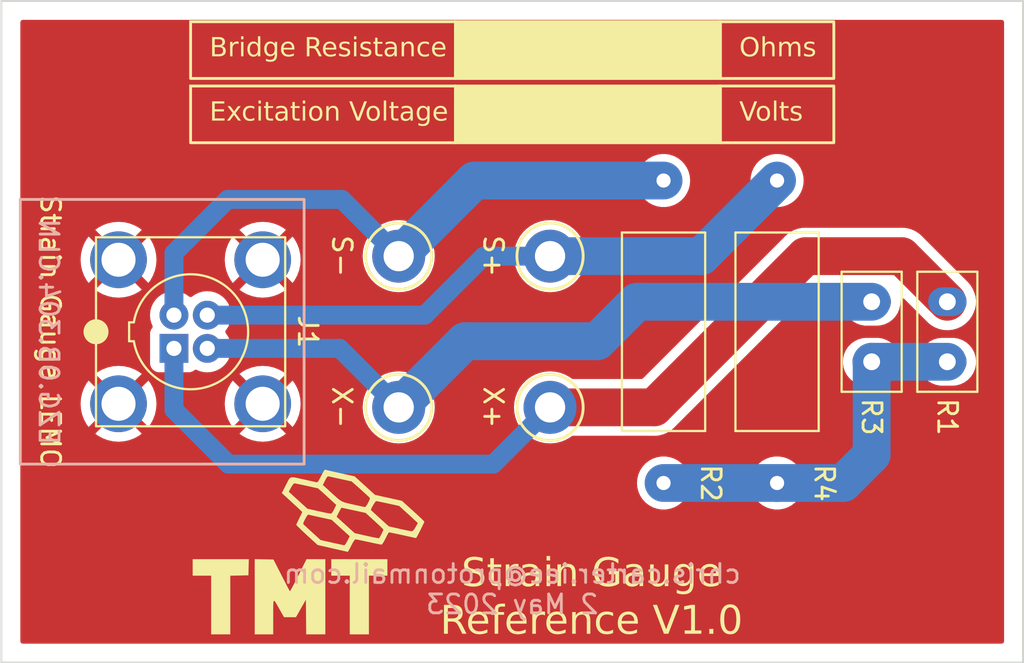
<source format=kicad_pcb>
(kicad_pcb (version 20221018) (generator pcbnew)

  (general
    (thickness 1.6)
  )

  (paper "A4")
  (layers
    (0 "F.Cu" signal)
    (31 "B.Cu" signal)
    (32 "B.Adhes" user "B.Adhesive")
    (33 "F.Adhes" user "F.Adhesive")
    (34 "B.Paste" user)
    (35 "F.Paste" user)
    (36 "B.SilkS" user "B.Silkscreen")
    (37 "F.SilkS" user "F.Silkscreen")
    (38 "B.Mask" user)
    (39 "F.Mask" user)
    (40 "Dwgs.User" user "User.Drawings")
    (41 "Cmts.User" user "User.Comments")
    (42 "Eco1.User" user "User.Eco1")
    (43 "Eco2.User" user "User.Eco2")
    (44 "Edge.Cuts" user)
    (45 "Margin" user)
    (46 "B.CrtYd" user "B.Courtyard")
    (47 "F.CrtYd" user "F.Courtyard")
    (48 "B.Fab" user)
    (49 "F.Fab" user)
    (50 "User.1" user)
    (51 "User.2" user)
    (52 "User.3" user)
    (53 "User.4" user)
    (54 "User.5" user)
    (55 "User.6" user)
    (56 "User.7" user)
    (57 "User.8" user)
    (58 "User.9" user)
  )

  (setup
    (stackup
      (layer "F.SilkS" (type "Top Silk Screen") (color "White"))
      (layer "F.Paste" (type "Top Solder Paste"))
      (layer "F.Mask" (type "Top Solder Mask") (color "Purple") (thickness 0.01))
      (layer "F.Cu" (type "copper") (thickness 0.035))
      (layer "dielectric 1" (type "core") (thickness 1.51) (material "FR4") (epsilon_r 4.5) (loss_tangent 0.02))
      (layer "B.Cu" (type "copper") (thickness 0.035))
      (layer "B.Mask" (type "Bottom Solder Mask") (color "Purple") (thickness 0.01))
      (layer "B.Paste" (type "Bottom Solder Paste"))
      (layer "B.SilkS" (type "Bottom Silk Screen") (color "White"))
      (copper_finish "None")
      (dielectric_constraints no)
    )
    (pad_to_mask_clearance 0)
    (aux_axis_origin 123 82.5)
    (grid_origin 123 82.5)
    (pcbplotparams
      (layerselection 0x00010fc_ffffffff)
      (plot_on_all_layers_selection 0x0000000_00000000)
      (disableapertmacros false)
      (usegerberextensions false)
      (usegerberattributes true)
      (usegerberadvancedattributes true)
      (creategerberjobfile true)
      (dashed_line_dash_ratio 12.000000)
      (dashed_line_gap_ratio 3.000000)
      (svgprecision 4)
      (plotframeref false)
      (viasonmask false)
      (mode 1)
      (useauxorigin false)
      (hpglpennumber 1)
      (hpglpenspeed 20)
      (hpglpendiameter 15.000000)
      (dxfpolygonmode true)
      (dxfimperialunits true)
      (dxfusepcbnewfont true)
      (psnegative false)
      (psa4output false)
      (plotreference true)
      (plotvalue true)
      (plotinvisibletext false)
      (sketchpadsonfab false)
      (subtractmaskfromsilk false)
      (outputformat 1)
      (mirror false)
      (drillshape 1)
      (scaleselection 1)
      (outputdirectory "")
    )
  )

  (net 0 "")
  (net 1 "X-{slash}P-")
  (net 2 "X+{slash}P+")
  (net 3 "S+")
  (net 4 "S-")
  (net 5 "Net-(R1-Pad2)")
  (net 6 "GNDREF")

  (footprint "TestPoint:TestPoint_Keystone_5005-5009_Compact" (layer "F.Cu") (at 152 86.5 -90))

  (footprint "CJC_Footprint_Library:TMT_logo_10_mm_wide_01" (layer "F.Cu") (at 139.18 94.32))

  (footprint "TestPoint:TestPoint_Keystone_5005-5009_Compact" (layer "F.Cu") (at 144 86.5 -90))

  (footprint "TestPoint:TestPoint_Keystone_5005-5009_Compact" (layer "F.Cu") (at 152 78.5 -90))

  (footprint "CJC_Footprint_Library:TE_Connectivity_precision_resistor_UPF_Holsworthy_series" (layer "F.Cu") (at 158 82.5 90))

  (footprint "CJC_Footprint_Library:Vishay_Precision_Foil_Resistor_Y1073_Series" (layer "F.Cu") (at 169 82.5 90))

  (footprint "CJC_Footprint_Library:Vishay_Precision_Foil_Resistor_Y1073_Series" (layer "F.Cu") (at 173 82.5 -90))

  (footprint "CJC_Footprint_Library:TE_Connectivity_precision_resistor_UPF_Holsworthy_series" (layer "F.Cu") (at 164 82.5 90))

  (footprint "CJC_Footprint_Library:LEMO Straight PCB Socket EZG.0B.304.CLN" (layer "F.Cu") (at 133 82.5 -90))

  (footprint "TestPoint:TestPoint_Keystone_5005-5009_Compact" (layer "F.Cu") (at 144 78.5 -90))

  (gr_rect (start 124 75.5) (end 139 89.5)
    (stroke (width 0.15) (type default)) (fill none) (layer "B.SilkS") (tstamp d125f499-c162-41bb-a153-f8bb8d1d7fd8))
  (gr_rect (start 147 69.5) (end 161 72.5)
    (stroke (width 0.15) (type solid)) (fill solid) (layer "F.SilkS") (tstamp 01040bf2-d627-487f-8cff-d37b71e4ce2f))
  (gr_rect (start 161 66.1) (end 167 69.1)
    (stroke (width 0.15) (type solid)) (fill none) (layer "F.SilkS") (tstamp 0de9417f-8faf-4740-b4fa-2ae39c39f08e))
  (gr_rect (start 161 69.5) (end 167 72.5)
    (stroke (width 0.15) (type solid)) (fill none) (layer "F.SilkS") (tstamp 6379afa1-281e-450d-93e7-0bac0a66cf25))
  (gr_rect (start 147 66.1) (end 161 69.1)
    (stroke (width 0.15) (type solid)) (fill solid) (layer "F.SilkS") (tstamp 6c5291ca-d773-4c72-824b-6f5484e4e8cf))
  (gr_rect (start 133 66.1) (end 147 69.1)
    (stroke (width 0.15) (type default)) (fill none) (layer "F.SilkS") (tstamp d0c9b410-6675-420b-b7cb-bc3a3db33f33))
  (gr_rect (start 133 69.5) (end 147 72.5)
    (stroke (width 0.15) (type default)) (fill none) (layer "F.SilkS") (tstamp d5a00da2-4858-4abc-bb07-2ee7293b39e9))
  (gr_line (start 123 82.5) (end 177 82.5)
    (stroke (width 0.15) (type default)) (layer "Dwgs.User") (tstamp 6350635d-ff5f-4f59-9d30-b44fdcb1f965))
  (gr_rect (start 123 65) (end 177 100)
    (stroke (width 0.1) (type default)) (fill none) (layer "Edge.Cuts") (tstamp a6ffe0fa-81d3-4f5f-922e-a25e5485f69e))
  (gr_text "chris.carter.iee@protonmail.com\n2 May 2023" (at 150 97.5) (layer "B.SilkS") (tstamp 833df66b-e10a-4567-8cd1-8d9f219b5c7c)
    (effects (font (size 1 1) (thickness 0.15)) (justify bottom mirror))
  )
  (gr_text "Ohms" (at 162 68.1) (layer "F.SilkS") (tstamp 2a50e45a-085b-43b5-9564-96a26cd43d1f)
    (effects (font (face "Arial") (size 1 1) (thickness 0.15)) (justify left bottom))
    (render_cache "Ohms" 0
      (polygon
        (pts
          (xy 162.567604 66.898579)          (xy 162.584713 66.899363)          (xy 162.601607 66.90067)          (xy 162.618285 66.9025)
          (xy 162.634748 66.904853)          (xy 162.650994 66.907729)          (xy 162.667026 66.911127)          (xy 162.682841 66.915048)
          (xy 162.698441 66.919492)          (xy 162.713826 66.924459)          (xy 162.728995 66.929949)          (xy 162.743948 66.935962)
          (xy 162.758686 66.942497)          (xy 162.773207 66.949555)          (xy 162.787514 66.957136)          (xy 162.801605 66.96524)
          (xy 162.815409 66.973813)          (xy 162.828796 66.982799)          (xy 162.841764 66.9922)          (xy 162.854315 67.002014)
          (xy 162.866448 67.012243)          (xy 162.878163 67.022885)          (xy 162.88946 67.033942)          (xy 162.90034 67.045413)
          (xy 162.910801 67.057298)          (xy 162.920845 67.069597)          (xy 162.93047 67.08231)          (xy 162.939678 67.095437)
          (xy 162.948468 67.108978)          (xy 162.95684 67.122933)          (xy 162.964794 67.137303)          (xy 162.97233 67.152086)
          (xy 162.979458 67.167172)          (xy 162.986126 67.18251)          (xy 162.992334 67.198099)          (xy 162.998083 67.213941)
          (xy 163.003371 67.230034)          (xy 163.0082 67.246379)          (xy 163.012568 67.262976)          (xy 163.016477 67.279825)
          (xy 163.019926 67.296926)          (xy 163.022915 67.314279)          (xy 163.025445 67.331883)          (xy 163.027514 67.34974)
          (xy 163.029123 67.367848)          (xy 163.030273 67.386208)          (xy 163.030963 67.40482)          (xy 163.031193 67.423684)
          (xy 163.03095 67.442792)          (xy 163.030223 67.461649)          (xy 163.029012 67.480253)          (xy 163.027315 67.498606)
          (xy 163.025134 67.516706)          (xy 163.022469 67.534555)          (xy 163.019318 67.552152)          (xy 163.015683 67.569497)
          (xy 163.011564 67.58659)          (xy 163.006959 67.603432)          (xy 163.00187 67.620021)          (xy 162.996297 67.636359)
          (xy 162.990238 67.652444)          (xy 162.983695 67.668278)          (xy 162.976667 67.68386)          (xy 162.969155 67.69919)
          (xy 162.96123 67.714134)          (xy 162.952902 67.728617)          (xy 162.944171 67.742641)          (xy 162.935037 67.756205)
          (xy 162.925501 67.76931)          (xy 162.915563 67.781954)          (xy 162.905222 67.794138)          (xy 162.894478 67.805863)
          (xy 162.883331 67.817128)          (xy 162.871782 67.827933)          (xy 162.859831 67.838278)          (xy 162.847476 67.848163)
          (xy 162.834719 67.857588)          (xy 162.82156 67.866554)          (xy 162.807998 67.875059)          (xy 162.794033 67.883105)
          (xy 162.779797 67.890676)          (xy 162.765422 67.897759)          (xy 162.750908 67.904354)          (xy 162.736254 67.91046)
          (xy 162.721461 67.916078)          (xy 162.706529 67.921207)          (xy 162.691458 67.925847)          (xy 162.676247 67.93)
          (xy 162.660897 67.933663)          (xy 162.645407 67.936838)          (xy 162.629779 67.939525)          (xy 162.614011 67.941723)
          (xy 162.598103 67.943433)          (xy 162.582057 67.944654)          (xy 162.565871 67.945387)          (xy 162.549546 67.945631)
          (xy 162.531895 67.945362)          (xy 162.514478 67.944555)          (xy 162.497296 67.94321)          (xy 162.480349 67.941326)
          (xy 162.463636 67.938905)          (xy 162.447159 67.935945)          (xy 162.430915 67.932448)          (xy 162.414907 67.928412)
          (xy 162.399133 67.923838)          (xy 162.383594 67.918726)          (xy 162.36829 67.913076)          (xy 162.35322 67.906888)
          (xy 162.338386 67.900162)          (xy 162.323785 67.892897)          (xy 162.30942 67.885095)          (xy 162.295289 67.876755)
          (xy 162.281517 67.867918)          (xy 162.268167 67.858688)          (xy 162.255238 67.849065)          (xy 162.242731 67.83905)
          (xy 162.230646 67.828641)          (xy 162.218982 67.817839)          (xy 162.20774 67.806644)          (xy 162.19692 67.795055)
          (xy 162.186522 67.783074)          (xy 162.176545 67.7707)          (xy 162.16699 67.757932)          (xy 162.157857 67.744772)
          (xy 162.149145 67.731218)          (xy 162.140855 67.717272)          (xy 162.132987 67.702932)          (xy 162.12554 67.688199)
          (xy 162.11856 67.673215)          (xy 162.112031 67.658123)          (xy 162.105951 67.642922)          (xy 162.100322 67.627612)
          (xy 162.095144 67.612193)          (xy 162.090415 67.596665)          (xy 162.086137 67.581029)          (xy 162.082309 67.565284)
          (xy 162.078932 67.54943)          (xy 162.076005 67.533467)          (xy 162.073528 67.517396)          (xy 162.071502 67.501216)
          (xy 162.069925 67.484927)          (xy 162.0688 67.468529)          (xy 162.068124 67.452023)          (xy 162.067922 67.437117)
          (xy 162.205408 67.437117)          (xy 162.205503 67.448521)          (xy 162.20579 67.459772)          (xy 162.206269 67.470871)
          (xy 162.206938 67.481818)          (xy 162.207799 67.492612)          (xy 162.208851 67.503255)          (xy 162.210094 67.513745)
          (xy 162.211529 67.524083)          (xy 162.213155 67.534269)          (xy 162.214972 67.544303)          (xy 162.216981 67.554184)
          (xy 162.219181 67.563914)          (xy 162.221572 67.573491)          (xy 162.224154 67.582916)          (xy 162.229893 67.60131)
          (xy 162.236397 67.619095)          (xy 162.243666 67.636271)          (xy 162.2517 67.652838)          (xy 162.2605 67.668797)
          (xy 162.270064 67.684147)          (xy 162.280394 67.698889)          (xy 162.291489 67.713021)          (xy 162.303349 67.726545)
          (xy 162.315785 67.739352)          (xy 162.328609 67.751332)          (xy 162.34182 67.762486)          (xy 162.355419 67.772814)
          (xy 162.369404 67.782316)          (xy 162.383778 67.790991)          (xy 162.398538 67.79884)          (xy 162.413686 67.805863)
          (xy 162.429221 67.81206)          (xy 162.445144 67.81743)          (xy 162.461453 67.821975)          (xy 162.478151 67.825693)
          (xy 162.495235 67.828584)          (xy 162.512707 67.83065)          (xy 162.530567 67.831889)          (xy 162.548813 67.832302)
          (xy 162.567412 67.831885)          (xy 162.585595 67.830635)          (xy 162.603361 67.82855)          (xy 162.620712 67.825631)
          (xy 162.637647 67.821879)          (xy 162.654166 67.817293)          (xy 162.670269 67.811873)          (xy 162.685956 67.805619)
          (xy 162.701226 67.798531)          (xy 162.716081 67.790609)          (xy 162.73052 67.781854)          (xy 162.744543 67.772264)
          (xy 162.75815 67.761841)          (xy 162.771341 67.750584)          (xy 162.784116 67.738493)          (xy 162.796475 67.725568)
          (xy 162.808247 67.711877)          (xy 162.819259 67.697488)          (xy 162.829511 67.6824)          (xy 162.839004 67.666614)
          (xy 162.847738 67.65013)          (xy 162.855712 67.632947)          (xy 162.862927 67.615066)          (xy 162.866249 67.605863)
          (xy 162.869382 67.596486)          (xy 162.872325 67.586934)          (xy 162.875078 67.577208)          (xy 162.877641 67.567307)
          (xy 162.880014 67.557231)          (xy 162.882198 67.546981)          (xy 162.884191 67.536557)          (xy 162.885995 67.525957)
          (xy 162.887609 67.515184)          (xy 162.889032 67.504235)          (xy 162.890267 67.493112)          (xy 162.891311 67.481814)
          (xy 162.892165 67.470342)          (xy 162.89283 67.458695)          (xy 162.893304 67.446874)          (xy 162.893589 67.434878)
          (xy 162.893684 67.422707)          (xy 162.893522 67.407321)          (xy 162.893035 67.392181)          (xy 162.892224 67.377287)
          (xy 162.891089 67.362639)          (xy 162.889629 67.348237)          (xy 162.887845 67.334081)          (xy 162.885737 67.320172)
          (xy 162.883304 67.306509)          (xy 162.880546 67.293091)          (xy 162.877465 67.27992)          (xy 162.874059 67.266996)
          (xy 162.870328 67.254317)          (xy 162.866274 67.241884)          (xy 162.861894 67.229698)          (xy 162.857191 67.217758)
          (xy 162.852163 67.206064)          (xy 162.846822 67.194656)          (xy 162.841179 67.183574)          (xy 162.835236 67.172819)
          (xy 162.82899 67.16239)          (xy 162.822443 67.152287)          (xy 162.815595 67.142511)          (xy 162.808445 67.133061)
          (xy 162.800994 67.123937)          (xy 162.793241 67.11514)          (xy 162.785187 67.106668)          (xy 162.776831 67.098523)
          (xy 162.768174 67.090705)          (xy 162.759215 67.083212)          (xy 162.749955 67.076046)          (xy 162.740393 67.069207)
          (xy 162.73053 67.062693)          (xy 162.720441 67.056512)          (xy 162.7102 67.050729)          (xy 162.69981 67.045345)
          (xy 162.689268 67.04036)          (xy 162.678576 67.035774)          (xy 162.667733 67.031587)          (xy 162.656739 67.027798)
          (xy 162.645594 67.024408)          (xy 162.634299 67.021417)          (xy 162.622853 67.018825)          (xy 162.611256 67.016631)
          (xy 162.599509 67.014837)          (xy 162.587611 67.013441)          (xy 162.575562 67.012444)          (xy 162.563362 67.011846)
          (xy 162.551011 67.011646)          (xy 162.533458 67.01203)          (xy 162.516214 67.013181)          (xy 162.49928 67.015098)
          (xy 162.482654 67.017783)          (xy 162.466337 67.021235)          (xy 162.45033 67.025454)          (xy 162.434632 67.03044)
          (xy 162.419242 67.036193)          (xy 162.404162 67.042713)          (xy 162.389391 67.05)          (xy 162.374929 67.058054)
          (xy 162.360777 67.066876)          (xy 162.346933 67.076464)          (xy 162.333399 67.08682)          (xy 162.320173 67.097942)
          (xy 162.307257 67.109832)          (xy 162.294924 67.122588)          (xy 162.283386 67.136371)          (xy 162.272644 67.15118)
          (xy 162.262698 67.167015)          (xy 162.253547 67.183878)          (xy 162.249271 67.192694)          (xy 162.245193 67.201767)
          (xy 162.241314 67.211096)          (xy 162.237633 67.220682)          (xy 162.234152 67.230525)          (xy 162.23087 67.240624)
          (xy 162.227787 67.25098)          (xy 162.224902 67.261593)          (xy 162.222217 67.272462)          (xy 162.21973 67.283588)
          (xy 162.217443 67.29497)          (xy 162.215354 67.30661)          (xy 162.213464 67.318506)          (xy 162.211773 67.330658)
          (xy 162.210281 67.343067)          (xy 162.208988 67.355733)          (xy 162.207894 67.368655)          (xy 162.206999 67.381835)
          (xy 162.206303 67.39527)          (xy 162.205806 67.408963)          (xy 162.205507 67.422912)          (xy 162.205408 67.437117)
          (xy 162.067922 67.437117)          (xy 162.067899 67.435408)          (xy 162.06803 67.419761)          (xy 162.068425 67.404329)
          (xy 162.069082 67.389111)          (xy 162.070002 67.374107)          (xy 162.071185 67.359317)          (xy 162.07263 67.344741)
          (xy 162.074339 67.33038)          (xy 162.07631 67.316232)          (xy 162.078544 67.302299)          (xy 162.081041 67.288581)
          (xy 162.083801 67.275076)          (xy 162.086824 67.261785)          (xy 162.09011 67.248709)          (xy 162.093658 67.235847)
          (xy 162.097469 67.223199)          (xy 162.101543 67.210765)          (xy 162.10588 67.198546)          (xy 162.11048 67.18654)
          (xy 162.115343 67.174749)          (xy 162.120468 67.163172)          (xy 162.125857 67.15181)          (xy 162.131508 67.140661)
          (xy 162.137422 67.129727)          (xy 162.143599 67.119006)          (xy 162.150039 67.1085)          (xy 162.156741 67.098209)
          (xy 162.163707 67.088131)          (xy 162.170935 67.078267)          (xy 162.178426 67.068618)          (xy 162.18618 67.059183)
          (xy 162.194197 67.049962)          (xy 162.202477 67.040956)          (xy 162.21098 67.03218)          (xy 162.219635 67.023683)
          (xy 162.228443 67.015465)          (xy 162.237404 67.007525)          (xy 162.246517 66.999864)          (xy 162.255783 66.992481)
          (xy 162.265201 66.985377)          (xy 162.274773 66.978551)          (xy 162.284497 66.972005)          (xy 162.294373 66.965736)
          (xy 162.304402 66.959747)          (xy 162.314584 66.954036)          (xy 162.324919 66.948603)          (xy 162.335406 66.943449)
          (xy 162.346046 66.938574)          (xy 162.356838 66.933977)          (xy 162.367783 66.929659)          (xy 162.378881 66.925619)
          (xy 162.390132 66.921859)          (xy 162.401535 66.918376)          (xy 162.41309 66.915172)          (xy 162.424799 66.912247)
          (xy 162.43666 66.909601)          (xy 162.448674 66.907233)          (xy 162.46084 66.905143)          (xy 162.473159 66.903332)
          (xy 162.485631 66.9018)          (xy 162.498255 66.900546)          (xy 162.511032 66.899571)          (xy 162.523961 66.898875)
          (xy 162.537044 66.898457)          (xy 162.550279 66.898318)
        )
      )
      (polygon
        (pts
          (xy 163.181158 67.93)          (xy 163.181158 66.913949)          (xy 163.304745 66.913949)          (xy 163.304745 67.279092)
          (xy 163.31573 67.267055)          (xy 163.32707 67.255794)          (xy 163.338765 67.24531)          (xy 163.350815 67.235602)
          (xy 163.36322 67.226671)          (xy 163.37598 67.218516)          (xy 163.389094 67.211138)          (xy 163.402564 67.204537)
          (xy 163.416389 67.198713)          (xy 163.430568 67.193665)          (xy 163.445102 67.189393)          (xy 163.459992 67.185898)
          (xy 163.475236 67.18318)          (xy 163.490835 67.181239)          (xy 163.506789 67.180074)          (xy 163.523098 67.179685)
          (xy 163.533151 67.179811)          (xy 163.543038 67.180189)          (xy 163.557557 67.181228)          (xy 163.571703 67.182834)
          (xy 163.585475 67.185006)          (xy 163.598874 67.187745)          (xy 163.611899 67.191051)          (xy 163.624551 67.194924)
          (xy 163.636829 67.199363)          (xy 163.648734 67.204369)          (xy 163.660265 67.209942)          (xy 163.664026 67.211926)
          (xy 163.674945 67.218142)          (xy 163.685264 67.224791)          (xy 163.694981 67.231874)          (xy 163.704097 67.239391)
          (xy 163.712612 67.247342)          (xy 163.720526 67.255726)          (xy 163.727839 67.264544)          (xy 163.734551 67.273795)
          (xy 163.740662 67.28348)          (xy 163.746172 67.293599)          (xy 163.749511 67.300586)          (xy 163.754138 67.311659)
          (xy 163.758309 67.323629)          (xy 163.762026 67.336497)          (xy 163.765288 67.350262)          (xy 163.767209 67.359938)
          (xy 163.768928 67.370012)          (xy 163.770445 67.380485)          (xy 163.77176 67.391356)          (xy 163.772872 67.402627)
          (xy 163.773783 67.414296)          (xy 163.774491 67.426364)          (xy 163.774996 67.438831)          (xy 163.7753 67.451697)
          (xy 163.775401 67.464961)          (xy 163.775401 67.93)          (xy 163.65157 67.93)          (xy 163.65157 67.463984)
          (xy 163.651412 67.45249)          (xy 163.65094 67.441396)          (xy 163.650153 67.430699)          (xy 163.649051 67.420402)
          (xy 163.647634 67.410504)          (xy 163.644919 67.396404)          (xy 163.641495 67.383201)          (xy 163.637362 67.370895)
          (xy 163.632522 67.359487)          (xy 163.626972 67.348977)          (xy 163.620715 67.339363)          (xy 163.613749 67.330647)
          (xy 163.61127 67.327941)          (xy 163.603465 67.320302)          (xy 163.595072 67.313415)          (xy 163.586091 67.307279)
          (xy 163.576522 67.301895)          (xy 163.566365 67.297261)          (xy 163.555619 67.29338)          (xy 163.544286 67.290249)
          (xy 163.532364 67.28787)          (xy 163.519854 67.286242)          (xy 163.506756 67.285365)          (xy 163.497697 67.285198)
          (xy 163.487451 67.285452)          (xy 163.47732 67.286212)          (xy 163.467306 67.287478)          (xy 163.457408 67.289251)
          (xy 163.447626 67.291531)          (xy 163.437959 67.294317)          (xy 163.428409 67.29761)          (xy 163.418974 67.30141)
          (xy 163.409655 67.305716)          (xy 163.400453 67.310529)          (xy 163.394382 67.314019)          (xy 163.385557 67.31956)
          (xy 163.377217 67.325465)          (xy 163.369363 67.331735)          (xy 163.361993 67.338371)          (xy 163.355109 67.345371)
          (xy 163.346684 67.355272)          (xy 163.339122 67.365823)          (xy 163.334017 67.374161)          (xy 163.329396 67.382864)
          (xy 163.325261 67.391933)          (xy 163.321595 67.401466)          (xy 163.318289 67.411656)          (xy 163.315344 67.422503)
          (xy 163.312759 67.434007)          (xy 163.310535 67.446168)          (xy 163.308672 67.458986)          (xy 163.307169 67.47246)
          (xy 163.306027 67.486592)          (xy 163.305466 67.496378)          (xy 163.305065 67.506456)          (xy 163.304825 67.516826)
          (xy 163.304745 67.527487)          (xy 163.304745 67.93)
        )
      )
      (polygon
        (pts
          (xy 163.959804 67.93)          (xy 163.959804 67.195317)          (xy 164.070446 67.195317)          (xy 164.070446 67.296922)
          (xy 164.077057 67.287211)          (xy 164.084067 67.27786)          (xy 164.091477 67.268869)          (xy 164.099286 67.26024)
          (xy 164.107494 67.251971)          (xy 164.116101 67.244063)          (xy 164.125108 67.236515)          (xy 164.134514 67.229328)
          (xy 164.144319 67.222501)          (xy 164.154524 67.216036)          (xy 164.161549 67.211926)          (xy 164.172402 67.206164)
          (xy 164.183531 67.200969)          (xy 164.194934 67.196341)          (xy 164.206612 67.192279)          (xy 164.218564 67.188784)
          (xy 164.230792 67.185856)          (xy 164.243294 67.183495)          (xy 164.256071 67.1817)          (xy 164.269122 67.180473)
          (xy 164.282449 67.179811)          (xy 164.291486 67.179685)          (xy 164.301507 67.179815)          (xy 164.3113 67.180204)
          (xy 164.32556 67.181275)          (xy 164.339304 67.182929)          (xy 164.352533 67.185168)          (xy 164.365247 67.18799)
          (xy 164.377446 67.191396)          (xy 164.38913 67.195386)          (xy 164.400298 67.19996)          (xy 164.410951 67.205117)
          (xy 164.421089 67.210859)          (xy 164.424354 67.212903)          (xy 164.433838 67.219365)          (xy 164.442781 67.226295)
          (xy 164.451183 67.233693)          (xy 164.459044 67.241559)          (xy 164.466364 67.249893)          (xy 164.473143 67.258695)
          (xy 164.479382 67.267965)          (xy 164.485079 67.277703)          (xy 164.490235 67.287909)          (xy 164.494851 67.298583)
          (xy 164.497627 67.305959)          (xy 164.508639 67.290668)          (xy 164.520059 67.276364)          (xy 164.531888 67.263046)
          (xy 164.544125 67.250714)          (xy 164.55677 67.239369)          (xy 164.569824 67.229011)          (xy 164.583285 67.219639)
          (xy 164.597156 67.211254)          (xy 164.611434 67.203855)          (xy 164.626121 67.197443)          (xy 164.641217 67.192017)
          (xy 164.656721 67.187578)          (xy 164.672633 67.184125)          (xy 164.688953 67.181658)          (xy 164.705682 67.180179)
          (xy 164.722819 67.179685)          (xy 164.736208 67.179922)          (xy 164.749205 67.180632)          (xy 164.761808 67.181815)
          (xy 164.774018 67.183471)          (xy 164.785835 67.185601)          (xy 164.797259 67.188203)          (xy 164.80829 67.191279)
          (xy 164.818928 67.194829)          (xy 164.829173 67.198851)          (xy 164.839025 67.203346)          (xy 164.848484 67.208315)
          (xy 164.857549 67.213757)          (xy 164.866222 67.219673)          (xy 164.874501 67.226061)          (xy 164.882388 67.232923)
          (xy 164.889881 67.240258)          (xy 164.89695 67.248054)          (xy 164.903562 67.256362)          (xy 164.909719 67.265182)
          (xy 164.91542 67.274513)          (xy 164.920664 67.284355)          (xy 164.925453 67.294709)          (xy 164.929785 67.305574)
          (xy 164.933661 67.31695)          (xy 164.937082 67.328838)          (xy 164.940046 67.341237)          (xy 164.942554 67.354147)
          (xy 164.944607 67.367569)          (xy 164.946203 67.381503)          (xy 164.947343 67.395947)          (xy 164.948027 67.410903)
          (xy 164.948255 67.426371)          (xy 164.948255 67.93)          (xy 164.825157 67.93)          (xy 164.825157 67.466182)
          (xy 164.825051 67.452494)          (xy 164.824736 67.439549)          (xy 164.82421 67.427347)          (xy 164.823474 67.415887)
          (xy 164.822527 67.405171)          (xy 164.82137 67.395196)          (xy 164.8195 67.383053)          (xy 164.817256 67.37223)
          (xy 164.814638 67.362727)          (xy 164.813189 67.358471)          (xy 164.808966 67.348483)          (xy 164.803777 67.339127)
          (xy 164.797622 67.330404)          (xy 164.790501 67.322312)          (xy 164.782414 67.314852)          (xy 164.773361 67.308025)
          (xy 164.769469 67.305471)          (xy 164.759355 67.29963)          (xy 164.748704 67.29478)          (xy 164.737516 67.29092)
          (xy 164.725792 67.288049)          (xy 164.716026 67.286465)          (xy 164.705916 67.285515)          (xy 164.695464 67.285198)
          (xy 164.681268 67.285653)          (xy 164.667531 67.287019)          (xy 164.654254 67.289294)          (xy 164.641436 67.29248)
          (xy 164.629078 67.296576)          (xy 164.617179 67.301582)          (xy 164.605739 67.307498)          (xy 164.594759 67.314324)
          (xy 164.584238 67.322061)          (xy 164.574177 67.330708)          (xy 164.567725 67.336978)          (xy 164.558646 67.347188)
          (xy 164.55046 67.358493)          (xy 164.543167 67.370893)          (xy 164.538801 67.379768)          (xy 164.534832 67.389129)
          (xy 164.53126 67.398977)          (xy 164.528085 67.409312)          (xy 164.525306 67.420133)          (xy 164.522925 67.43144)
          (xy 164.520941 67.443235)          (xy 164.519353 67.455516)          (xy 164.518162 67.468283)          (xy 164.517369 67.481537)
          (xy 164.516972 67.495278)          (xy 164.516922 67.50233)          (xy 164.516922 67.93)          (xy 164.393091 67.93)
          (xy 164.393091 67.451528)          (xy 164.392973 67.44131)          (xy 164.392618 67.431416)          (xy 164.391642 67.417183)
          (xy 164.390133 67.403681)          (xy 164.388093 67.390908)          (xy 164.385519 67.378866)          (xy 164.382414 67.367553)
          (xy 164.378776 67.35697)          (xy 164.374606 67.347116)          (xy 164.369903 67.337993)          (xy 164.364668 67.3296)
          (xy 164.362805 67.326964)          (xy 164.354691 67.317175)          (xy 164.345372 67.308691)          (xy 164.334847 67.301513)
          (xy 164.326161 67.296986)          (xy 164.316797 67.293193)          (xy 164.306755 67.290134)          (xy 164.296035 67.287809)
          (xy 164.284636 67.286218)          (xy 164.272559 67.285362)          (xy 164.264131 67.285198)          (xy 164.251186 67.285633)
          (xy 164.238485 67.286939)          (xy 164.226029 67.289114)          (xy 164.213817 67.292159)          (xy 164.201849 67.296075)
          (xy 164.190125 67.30086)          (xy 164.178646 67.306516)          (xy 164.167411 67.313042)          (xy 164.156736 67.320346)
          (xy 164.146818 67.32846)          (xy 164.137655 67.337382)          (xy 164.129248 67.347114)          (xy 164.121596 67.357655)
          (xy 164.116353 67.366091)          (xy 164.111535 67.374982)          (xy 164.107142 67.384329)          (xy 164.103175 67.394131)
          (xy 164.099639 67.404531)          (xy 164.096451 67.415763)          (xy 164.093611 67.427829)          (xy 164.091119 67.440728)
          (xy 164.088974 67.454459)          (xy 164.087178 67.469024)          (xy 164.086173 67.479196)          (xy 164.085323 67.489738)
          (xy 164.084627 67.500651)          (xy 164.084087 67.511934)          (xy 164.0837 67.523587)          (xy 164.083468 67.53561)
          (xy 164.083391 67.548004)          (xy 164.083391 67.93)
        )
      )
      (polygon
        (pts
          (xy 165.07575 67.714577)          (xy 165.198115 67.695526)          (xy 165.200361 67.708696)          (xy 165.20325 67.721278)
          (xy 165.206784 67.733271)          (xy 165.210961 67.744676)          (xy 165.215782 67.755493)          (xy 165.221248 67.765722)
          (xy 165.227357 67.775363)          (xy 165.234111 67.784415)          (xy 165.241508 67.79288)          (xy 165.249549 67.800756)
          (xy 165.255268 67.80568)          (xy 165.264435 67.812533)          (xy 165.274259 67.818712)          (xy 165.28474 67.824216)
          (xy 165.295877 67.829047)          (xy 165.307672 67.833204)          (xy 165.320123 67.836686)          (xy 165.333231 67.839495)
          (xy 165.346997 67.841629)          (xy 165.361419 67.84309)          (xy 165.371398 67.843689)          (xy 165.38167 67.843989)
          (xy 165.386915 67.844026)          (xy 165.397398 67.84389)          (xy 165.407538 67.84348)          (xy 165.417335 67.842798)
          (xy 165.431385 67.841263)          (xy 165.444663 67.839114)          (xy 165.457168 67.836352)          (xy 165.468901 67.832975)
          (xy 165.47986 67.828984)          (xy 165.490047 67.82438)          (xy 165.49946 67.819161)          (xy 165.508101 67.813329)
          (xy 165.513433 67.809099)          (xy 165.52081 67.802397)          (xy 165.529516 67.793128)          (xy 165.536933 67.783476)
          (xy 165.54306 67.773443)          (xy 165.547898 67.763029)          (xy 165.551445 67.752232)          (xy 165.553702 67.741054)
          (xy 165.55467 67.729495)          (xy 165.55471 67.726545)          (xy 165.554137 67.71626)          (xy 165.55242 67.706533)
          (xy 165.548663 67.695156)          (xy 165.543118 67.684651)          (xy 165.535783 67.675016)          (xy 165.528628 67.667935)
          (xy 165.520327 67.661411)          (xy 165.518073 67.659867)          (xy 165.508293 67.654456)          (xy 165.497815 67.64981)
          (xy 165.488409 67.64614)          (xy 165.477677 67.642311)          (xy 165.465618 67.638323)          (xy 165.452232 67.634176)
          (xy 165.442571 67.631324)          (xy 165.43232 67.6284)          (xy 165.42148 67.625406)          (xy 165.41005 67.622342)
          (xy 165.398031 67.619207)          (xy 165.3918 67.617613)          (xy 165.375121 67.613344)          (xy 165.359094 67.609148)
          (xy 165.34372 67.605025)          (xy 165.328999 67.600974)          (xy 165.31493 67.596995)          (xy 165.301514 67.593089)
          (xy 165.28875 67.589256)          (xy 165.276639 67.585495)          (xy 165.265181 67.581807)          (xy 165.254375 67.578191)
          (xy 165.244222 67.574647)          (xy 165.234721 67.571176)          (xy 165.221694 67.566106)          (xy 165.210135 67.561199)
          (xy 165.203244 67.558018)          (xy 165.193622 67.553133)          (xy 165.184445 67.547914)          (xy 165.175716 67.54236)
          (xy 165.167432 67.536471)          (xy 165.159596 67.530247)          (xy 165.152205 67.523688)          (xy 165.145262 67.516795)
          (xy 165.136698 67.507082)          (xy 165.128928 67.496774)          (xy 165.123621 67.488653)          (xy 165.117267 67.477395)
          (xy 165.11176 67.465846)          (xy 165.107101 67.454008)          (xy 165.103288 67.44188)          (xy 165.100323 67.429462)
          (xy 165.098205 67.416754)          (xy 165.097172 67.407032)          (xy 165.096616 67.397147)          (xy 165.09651 67.390467)
          (xy 165.096858 67.378366)          (xy 165.097899 67.366485)          (xy 165.099636 67.354827)          (xy 165.102067 67.343389)
          (xy 165.105192 67.332173)          (xy 165.109012 67.321178)          (xy 165.113527 67.310405)          (xy 165.118736 67.299853)
          (xy 165.124549 67.289637)          (xy 165.130872 67.279871)          (xy 165.137707 67.270555)          (xy 165.145054 67.26169)
          (xy 165.152911 67.253275)          (xy 165.16128 67.24531)          (xy 165.170161 67.237796)          (xy 165.179553 67.230732)
          (xy 165.189072 67.224183)          (xy 165.199617 67.217967)          (xy 165.208791 67.213235)          (xy 165.218622 67.208716)
          (xy 165.229109 67.204411)          (xy 165.240253 67.20032)          (xy 165.252053 67.196443)          (xy 165.258199 67.194584)
          (xy 165.267604 67.191922)          (xy 165.277133 67.189521)          (xy 165.286786 67.187382)          (xy 165.296564 67.185505)
          (xy 165.306467 67.18389)          (xy 165.316494 67.182537)          (xy 165.326646 67.181446)          (xy 165.336922 67.180617)
          (xy 165.347322 67.180049)          (xy 165.357847 67.179744)          (xy 165.364933 67.179685)          (xy 165.375597 67.179781)
          (xy 165.386095 67.180067)          (xy 165.396426 67.180544)          (xy 165.406592 67.181212)          (xy 165.416592 67.182071)
          (xy 165.426425 67.18312)          (xy 165.440864 67.185052)          (xy 165.45493 67.187413)          (xy 165.468622 67.190204)
          (xy 165.481941 67.193424)          (xy 165.494886 67.197073)          (xy 165.507457 67.201152)          (xy 165.515631 67.20411)
          (xy 165.527514 67.208842)          (xy 165.538801 67.213879)          (xy 165.54949 67.21922)          (xy 165.559583 67.224867)
          (xy 165.569079 67.230818)          (xy 165.577979 67.237074)          (xy 165.586281 67.243635)          (xy 165.593987 67.250501)
          (xy 165.601096 67.257671)          (xy 165.607609 67.265147)          (xy 165.611618 67.2703)          (xy 165.617263 67.27838)
          (xy 165.622564 67.286958)          (xy 165.627521 67.296034)          (xy 165.632135 67.305608)          (xy 165.636405 67.31568)
          (xy 165.640332 67.32625)          (xy 165.643916 67.337318)          (xy 165.647156 67.348885)          (xy 165.650052 67.360949)
          (xy 165.652605 67.373511)          (xy 165.654117 67.382163)          (xy 165.533217 67.398527)          (xy 165.531428 67.38839)
          (xy 165.529086 67.378678)          (xy 165.525102 67.366389)          (xy 165.520133 67.354856)          (xy 165.51418 67.344079)
          (xy 165.507242 67.334057)          (xy 165.499319 67.324791)          (xy 165.490412 67.316281)          (xy 165.485589 67.312309)
          (xy 165.47519 67.305039)          (xy 165.463775 67.298739)          (xy 165.454548 67.294649)          (xy 165.44475 67.291105)
          (xy 165.434381 67.288106)          (xy 165.423441 67.285653)          (xy 165.41193 67.283744)          (xy 165.399848 67.282381)
          (xy 165.387194 67.281563)          (xy 165.37397 67.28129)          (xy 165.363506 67.281401)          (xy 165.353423 67.281733)
          (xy 165.339015 67.282646)          (xy 165.325465 67.284057)          (xy 165.312774 67.285966)          (xy 165.300942 67.288374)
          (xy 165.289968 67.291279)          (xy 165.279853 67.294682)          (xy 165.270596 67.298583)          (xy 165.25959 67.304559)
          (xy 165.252337 67.309623)          (xy 165.243808 67.316858)          (xy 165.236416 67.324399)          (xy 165.230161 67.332246)
          (xy 165.223941 67.342483)          (xy 165.219499 67.353197)          (xy 165.216834 67.364388)          (xy 165.215945 67.376057)
          (xy 165.21667 67.386402)          (xy 165.218844 67.396279)          (xy 165.222467 67.405689)          (xy 165.227539 67.414632)
          (xy 165.231088 67.419532)          (xy 165.238531 67.427967)          (xy 165.246214 67.434676)          (xy 165.255098 67.440904)
          (xy 165.265184 67.446651)          (xy 165.274508 67.451074)          (xy 165.278471 67.452749)          (xy 165.287965 67.455949)
          (xy 165.299747 67.459586)          (xy 165.311705 67.463132)          (xy 165.322152 67.466161)          (xy 165.333865 67.469509)
          (xy 165.346844 67.473174)          (xy 165.36109 67.477157)          (xy 165.371291 67.479988)          (xy 165.382055 67.482961)
          (xy 165.387648 67.484501)          (xy 165.403733 67.488847)          (xy 165.419197 67.493095)          (xy 165.434042 67.497243)
          (xy 165.448266 67.501292)          (xy 165.46187 67.505242)          (xy 165.474854 67.509093)          (xy 165.487218 67.512844)
          (xy 165.498961 67.516496)          (xy 165.510085 67.520049)          (xy 165.520588 67.523503)          (xy 165.530472 67.526858)
          (xy 165.539735 67.530113)          (xy 165.552467 67.53481)          (xy 165.563803 67.539283)          (xy 165.570586 67.542142)
          (xy 165.580143 67.546533)          (xy 165.589305 67.551281)          (xy 165.598072 67.556385)          (xy 165.606444 67.561845)
          (xy 165.614421 67.567662)          (xy 165.622003 67.573835)          (xy 165.631498 67.58262)          (xy 165.64029 67.592039)
          (xy 165.648381 67.602091)          (xy 165.652163 67.607355)          (xy 165.659089 67.618365)          (xy 165.663678 67.627048)
          (xy 165.667748 67.636096)          (xy 165.671297 67.645509)          (xy 165.674328 67.655287)          (xy 165.676839 67.66543)
          (xy 165.67883 67.675938)          (xy 165.680302 67.686811)          (xy 165.681254 67.698049)          (xy 165.681687 67.709652)
          (xy 165.681716 67.7136)          (xy 165.681398 67.725214)          (xy 165.680445 67.736698)          (xy 165.678857 67.748054)
          (xy 165.676633 67.759281)          (xy 165.673774 67.77038)          (xy 165.670279 67.781349)          (xy 165.666149 67.79219)
          (xy 165.661383 67.802902)          (xy 165.655982 67.813485)          (xy 165.649946 67.823939)          (xy 165.645568 67.830837)
          (xy 165.638553 67.840878)          (xy 165.630971 67.850486)          (xy 165.622822 67.85966)          (xy 165.614107 67.868401)
          (xy 165.604825 67.876708)          (xy 165.594976 67.884581)          (xy 165.58456 67.89202)          (xy 165.573578 67.899026)
          (xy 165.562029 67.905599)          (xy 165.549913 67.911738)          (xy 165.541521 67.915589)          (xy 165.528631 67.920958)
          (xy 165.515423 67.925799)          (xy 165.501898 67.930111)          (xy 165.488054 67.933896)          (xy 165.473894 67.937152)
          (xy 165.464277 67.93903)          (xy 165.454518 67.940673)          (xy 165.444619 67.942081)          (xy 165.434578 67.943255)
          (xy 165.424396 67.944193)          (xy 165.414073 67.944898)          (xy 165.403609 67.945367)          (xy 165.393003 67.945602)
          (xy 165.387648 67.945631)          (xy 165.370143 67.945404)          (xy 165.353168 67.944723)          (xy 165.33672 67.943587)
          (xy 165.320802 67.941998)          (xy 165.305411 67.939954)          (xy 165.29055 67.937457)          (xy 165.276217 67.934505)
          (xy 165.262412 67.931099)          (xy 165.249136 67.927238)          (xy 165.236389 67.922924)          (xy 165.22417 67.918156)
          (xy 165.21248 67.912933)          (xy 165.201318 67.907256)          (xy 165.190685 67.901125)          (xy 165.18058 67.89454)
          (xy 165.171004 67.887501)          (xy 165.161903 67.879985)          (xy 165.15322 67.87203)          (xy 165.144958 67.863636)
          (xy 165.137116 67.854803)          (xy 165.129693 67.845532)          (xy 165.12269 67.835821)          (xy 165.116107 67.825672)
          (xy 165.109944 67.815083)          (xy 165.1042 67.804056)          (xy 165.098876 67.79259)          (xy 165.093972 67.780685)
          (xy 165.089488 67.768341)          (xy 165.085424 67.755559)          (xy 165.081779 67.742337)          (xy 165.078555 67.728677)
        )
      )
    )
  )
  (gr_text "Excitation Voltage" (at 134 71.5) (layer "F.SilkS") (tstamp 33652a2f-9fb1-4d41-9afc-859ac5141b8c)
    (effects (font (face "Arial") (size 1 1) (thickness 0.15)) (justify left bottom))
    (render_cache "Excitation Voltage" 0
      (polygon
        (pts
          (xy 134.111374 71.33)          (xy 134.111374 70.313949)          (xy 134.839462 70.313949)          (xy 134.839462 70.431186)
          (xy 134.244487 70.431186)          (xy 134.244487 70.751632)          (xy 134.801605 70.751632)          (xy 134.801605 70.868869)
          (xy 134.244487 70.868869)          (xy 134.244487 71.212763)          (xy 134.862909 71.212763)          (xy 134.862909 71.33)
        )
      )
      (polygon
        (pts
          (xy 134.943265 71.33)          (xy 135.209734 70.948248)          (xy 134.963293 70.595317)          (xy 135.117899 70.595317)
          (xy 135.229762 70.767508)          (xy 135.235563 70.776574)          (xy 135.241148 70.78536)          (xy 135.246519 70.793867)
          (xy 135.253346 70.804776)          (xy 135.259792 70.815189)          (xy 135.265856 70.825105)          (xy 135.271539 70.834526)
          (xy 135.27684 70.84345)          (xy 135.280565 70.849818)          (xy 135.2862 70.841347)          (xy 135.29175 70.83306)
          (xy 135.297214 70.824958)          (xy 135.304366 70.814442)          (xy 135.311365 70.804254)          (xy 135.318212 70.794395)
          (xy 135.324905 70.784864)          (xy 135.331446 70.775661)          (xy 135.336252 70.768974)          (xy 135.459106 70.595317)
          (xy 135.606873 70.595317)          (xy 135.354815 70.941165)          (xy 135.626168 71.33)          (xy 135.474249 71.33)
          (xy 135.324528 71.101632)          (xy 135.284717 71.040083)          (xy 135.092986 71.33)
        )
      )
      (polygon
        (pts
          (xy 136.20136 71.064263)          (xy 136.322993 71.080139)          (xy 136.320247 71.095499)          (xy 136.317017 71.110437)
          (xy 136.313302 71.124953)          (xy 136.309102 71.139047)          (xy 136.304417 71.15272)          (xy 136.299248 71.165971)
          (xy 136.293594 71.178801)          (xy 136.287456 71.191209)          (xy 136.280833 71.203195)          (xy 136.273725 71.214759)
          (xy 136.266132 71.225901)          (xy 136.258055 71.236622)          (xy 136.249493 71.246922)          (xy 136.240447 71.256799)
          (xy 136.230916 71.266255)          (xy 136.2209 71.275289)          (xy 136.210495 71.283807)          (xy 136.199796 71.291775)
          (xy 136.188803 71.299194)          (xy 136.177516 71.306064)          (xy 136.165936 71.312383)          (xy 136.154061 71.318154)
          (xy 136.141893 71.323374)          (xy 136.129431 71.328046)          (xy 136.116675 71.332167)          (xy 136.103625 71.335739)
          (xy 136.090281 71.338762)          (xy 136.076644 71.341235)          (xy 136.062712 71.343158)          (xy 136.048487 71.344532)
          (xy 136.033968 71.345356)          (xy 136.019155 71.345631)          (xy 136.000669 71.345248)          (xy 135.982641 71.344097)
          (xy 135.965071 71.342179)          (xy 135.947958 71.339494)          (xy 135.931304 71.336043)          (xy 135.915108 71.331824)
          (xy 135.899369 71.326838)          (xy 135.884089 71.321085)          (xy 135.869266 71.314564)          (xy 135.854902 71.307277)
          (xy 135.840995 71.299223)          (xy 135.827547 71.290402)          (xy 135.814556 71.280813)          (xy 135.802023 71.270458)
          (xy 135.789948 71.259335)          (xy 135.778332 71.247445)          (xy 135.767329 71.234809)          (xy 135.757037 71.221506)
          (xy 135.747454 71.207537)          (xy 135.738581 71.192903)          (xy 135.730418 71.177602)          (xy 135.722965 71.161636)
          (xy 135.716221 71.145004)          (xy 135.710188 71.127705)          (xy 135.704864 71.109741)          (xy 135.70025 71.091111)
          (xy 135.69821 71.081546)          (xy 135.696346 71.071815)          (xy 135.69466 71.061917)          (xy 135.693152 71.051853)
          (xy 135.691821 71.041622)          (xy 135.690668 71.031225)          (xy 135.689692 71.020661)          (xy 135.688893 71.009931)
          (xy 135.688272 70.999034)          (xy 135.687828 70.987971)          (xy 135.687562 70.976741)          (xy 135.687473 70.965345)
          (xy 135.687626 70.950624)          (xy 135.688084 70.936135)          (xy 135.688847 70.921879)          (xy 135.689916 70.907856)
          (xy 135.69129 70.894066)          (xy 135.692969 70.880509)          (xy 135.694953 70.867184)          (xy 135.697243 70.854092)
          (xy 135.699838 70.841233)          (xy 135.702739 70.828607)          (xy 135.705944 70.816214)          (xy 135.709455 70.804053)
          (xy 135.713271 70.792125)          (xy 135.717393 70.78043)          (xy 135.72182 70.768968)          (xy 135.726552 70.757739)
          (xy 135.731626 70.74677)          (xy 135.737016 70.73615)          (xy 135.742724 70.725879)          (xy 135.748748 70.715958)
          (xy 135.755089 70.706385)          (xy 135.761746 70.697162)          (xy 135.76872 70.688289)          (xy 135.776011 70.679764)
          (xy 135.783619 70.671589)          (xy 135.791544 70.663762)          (xy 135.799785 70.656285)          (xy 135.808343 70.649157)
          (xy 135.817218 70.642379)          (xy 135.826409 70.635949)          (xy 135.835918 70.629869)          (xy 135.845743 70.624138)
          (xy 135.855811 70.618755)          (xy 135.865988 70.613719)          (xy 135.876274 70.609031)          (xy 135.886669 70.60469)
          (xy 135.897172 70.600696)          (xy 135.907784 70.59705)          (xy 135.918505 70.59375)          (xy 135.929335 70.590799)
          (xy 135.940273 70.588194)          (xy 135.95132 70.585937)          (xy 135.962476 70.584027)          (xy 135.973741 70.582464)
          (xy 135.985115 70.581248)          (xy 135.996597 70.58038)          (xy 136.008188 70.579859)          (xy 136.019888 70.579685)
          (xy 136.034586 70.579921)          (xy 136.048945 70.580628)          (xy 136.062964 70.581806)          (xy 136.076644 70.583456)
          (xy 136.089984 70.585577)          (xy 136.102984 70.588169)          (xy 136.115644 70.591233)          (xy 136.127965 70.594767)
          (xy 136.139947 70.598774)          (xy 136.151588 70.603251)          (xy 136.16289 70.6082)          (xy 136.173852 70.61362)
          (xy 136.184475 70.619511)          (xy 136.194758 70.625874)          (xy 136.204701 70.632708)          (xy 136.214305 70.640013)
          (xy 136.223557 70.647752)          (xy 136.232383 70.655885)          (xy 136.240784 70.664414)          (xy 136.248759 70.673337)
          (xy 136.256308 70.682656)          (xy 136.263432 70.692369)          (xy 136.270131 70.702478)          (xy 136.276404 70.712981)
          (xy 136.282251 70.723879)          (xy 136.287673 70.735173)          (xy 136.29267 70.746861)          (xy 136.297241 70.758944)
          (xy 136.301386 70.771423)          (xy 136.305106 70.784296)          (xy 136.308401 70.797564)          (xy 136.31127 70.811228)
          (xy 136.191102 70.82979)          (xy 136.187619 70.816238)          (xy 136.183672 70.803335)          (xy 136.179261 70.791079)
          (xy 136.174387 70.779472)          (xy 136.169049 70.768514)          (xy 136.163247 70.758203)          (xy 136.156982 70.748541)
          (xy 136.150252 70.739527)          (xy 136.14306 70.731162)          (xy 136.135403 70.723444)          (xy 136.130041 70.71866)
          (xy 136.121729 70.711981)          (xy 136.113094 70.70596)          (xy 136.104138 70.700595)          (xy 136.094859 70.695888)
          (xy 136.085258 70.691837)          (xy 136.075336 70.688443)          (xy 136.065091 70.685706)          (xy 136.054525 70.683626)
          (xy 136.043636 70.682203)          (xy 136.032425 70.681436)          (xy 136.024773 70.68129)          (xy 136.013217 70.681554)
          (xy 136.001936 70.682344)          (xy 135.99093 70.68366)          (xy 135.980198 70.685504)          (xy 135.969742 70.687874)
          (xy 135.95956 70.69077)          (xy 135.949653 70.694193)          (xy 135.94002 70.698143)          (xy 135.930663 70.70262)
          (xy 135.92158 70.707623)          (xy 135.912772 70.713153)          (xy 135.904239 70.719209)          (xy 135.89598 70.725792)
          (xy 135.887997 70.732902)          (xy 135.880288 70.740538)          (xy 135.872854 70.748702)          (xy 135.865785 70.757434)
          (xy 135.859172 70.766779)          (xy 135.853016 70.776737)          (xy 135.847315 70.787307)          (xy 135.84207 70.79849)
          (xy 135.837282 70.810285)          (xy 135.83295 70.822693)          (xy 135.829073 70.835713)          (xy 135.825653 70.849346)
          (xy 135.822688 70.863591)          (xy 135.82018 70.878449)          (xy 135.818128 70.893919)          (xy 135.816532 70.910002)
          (xy 135.815392 70.926697)          (xy 135.814708 70.944005)          (xy 135.81448 70.961926)          (xy 135.8147 70.980111)
          (xy 135.815361 70.997665)          (xy 135.816463 71.014588)          (xy 135.818006 71.030878)          (xy 135.819989 71.046538)
          (xy 135.822414 71.061565)          (xy 135.825279 71.075961)          (xy 135.828585 71.089726)          (xy 135.832331 71.102858)
          (xy 135.836519 71.11536)          (xy 135.841147 71.127229)          (xy 135.846216 71.138467)          (xy 135.851726 71.149074)
          (xy 135.857676 71.159049)          (xy 135.864068 71.168392)          (xy 135.8709 71.177103)          (xy 135.878086 71.185207)
          (xy 135.885539 71.192788)          (xy 135.893259 71.199847)          (xy 135.901247 71.206382)          (xy 135.909502 71.212395)
          (xy 135.918023 71.217884)          (xy 135.926812 71.222851)          (xy 135.935868 71.227295)          (xy 135.945192 71.231217)
          (xy 135.954782 71.234615)          (xy 135.964639 71.237491)          (xy 135.974764 71.239843)          (xy 135.985156 71.241673)
          (xy 135.995815 71.24298)          (xy 136.006741 71.243765)          (xy 136.017934 71.244026)          (xy 136.031368 71.24364)
          (xy 136.044378 71.24248)          (xy 136.056962 71.240548)          (xy 136.069122 71.237844)          (xy 136.080856 71.234366)
          (xy 136.092166 71.230116)          (xy 136.10305 71.225092)          (xy 136.113509 71.219296)          (xy 136.123543 71.212728)
          (xy 136.133153 71.205386)          (xy 136.139323 71.200062)          (xy 136.148168 71.191357)          (xy 136.156387 71.181819)
          (xy 136.163979 71.171447)          (xy 136.170944 71.160243)          (xy 136.177283 71.148206)          (xy 136.182994 71.135336)
          (xy 136.188079 71.121633)          (xy 136.191121 71.112035)          (xy 136.193884 71.102067)          (xy 136.196368 71.091729)
          (xy 136.198574 71.08102)          (xy 136.200501 71.069941)
        )
      )
      (polygon
        (pts
          (xy 136.425575 70.454633)          (xy 136.425575 70.313949)          (xy 136.549162 70.313949)          (xy 136.549162 70.454633)
        )
      )
      (polygon
        (pts
          (xy 136.425575 71.33)          (xy 136.425575 70.595317)          (xy 136.549162 70.595317)          (xy 136.549162 71.33)
        )
      )
      (polygon
        (pts
          (xy 137.005408 71.216671)          (xy 137.023237 71.33)          (xy 137.013536 71.332793)          (xy 137.004032 71.335312)
          (xy 136.991667 71.338243)          (xy 136.979653 71.340685)          (xy 136.967991 71.342639)          (xy 136.956679 71.344105)
          (xy 136.945719 71.345081)          (xy 136.93511 71.34557)          (xy 136.929937 71.345631)          (xy 136.917563 71.345442)
          (xy 136.905722 71.344875)          (xy 136.894414 71.343931)          (xy 136.883637 71.342609)          (xy 136.873394 71.340908)
          (xy 136.863682 71.33883)          (xy 136.851561 71.335472)          (xy 136.840387 71.331442)          (xy 136.83016 71.32674)
          (xy 136.825401 71.324138)          (xy 136.816463 71.318493)          (xy 136.808212 71.312429)          (xy 136.800648 71.305945)
          (xy 136.792159 71.29725)          (xy 136.784744 71.287899)          (xy 136.778402 71.277892)          (xy 136.773133 71.267229)
          (xy 136.769641 71.257219)          (xy 136.766615 71.244774)          (xy 136.76465 71.233842)          (xy 136.762948 71.221541)
          (xy 136.761508 71.207871)          (xy 136.760693 71.197996)          (xy 136.759994 71.187513)          (xy 136.759412 71.176421)
          (xy 136.758947 71.16472)          (xy 136.758598 71.15241)          (xy 136.758365 71.139492)          (xy 136.758249 71.125965)
          (xy 136.758234 71.118974)          (xy 136.758234 70.693014)          (xy 136.667376 70.693014)          (xy 136.667376 70.595317)
          (xy 136.758234 70.595317)          (xy 136.758234 70.417997)          (xy 136.881088 70.345212)          (xy 136.881088 70.595317)
          (xy 137.005408 70.595317)          (xy 137.005408 70.693014)          (xy 136.881088 70.693014)          (xy 136.881088 71.128988)
          (xy 136.881144 71.138813)          (xy 136.881392 71.150851)          (xy 136.881839 71.161676)          (xy 136.882676 71.173501)
          (xy 136.883823 71.183429)          (xy 136.88595 71.194143)          (xy 136.887438 71.198597)          (xy 136.892347 71.207618)
          (xy 136.89883 71.215446)          (xy 136.906887 71.222081)          (xy 136.908688 71.223265)          (xy 136.918073 71.227634)
          (xy 136.928102 71.230317)          (xy 136.93818 71.231738)          (xy 136.949473 71.232294)          (xy 136.951186 71.232302)
          (xy 136.962268 71.231325)          (xy 136.973318 71.228868)          (xy 136.983794 71.22557)          (xy 136.993232 71.221983)
          (xy 137.003314 71.217633)
        )
      )
      (polygon
        (pts
          (xy 137.444359 70.579772)          (xy 137.455612 70.580033)          (xy 137.466593 70.580467)          (xy 137.4773 70.581075)
          (xy 137.487735 70.581856)          (xy 137.497897 70.582811)          (xy 137.507786 70.58394)          (xy 137.522108 70.585958)
          (xy 137.535815 70.588368)          (xy 137.548909 70.591168)          (xy 137.561389 70.594358)          (xy 137.573255 70.59794)
          (xy 137.584508 70.601912)          (xy 137.59518 70.606134)          (xy 137.605307 70.610558)          (xy 137.614889 70.615184)
          (xy 137.623926 70.620012)          (xy 137.632418 70.625042)          (xy 137.642891 70.632062)          (xy 137.652396 70.639441)
          (xy 137.660931 70.647178)          (xy 137.668497 70.655275)          (xy 137.670237 70.657355)          (xy 137.676877 70.665999)
          (xy 137.682998 70.6752)          (xy 137.688601 70.684958)          (xy 137.693684 70.695273)          (xy 137.698248 70.706146)
          (xy 137.702294 70.717576)          (xy 137.70582 70.729563)          (xy 137.708827 70.742107)          (xy 137.710586 70.753276)
          (xy 137.711779 70.764005)          (xy 137.712781 70.77633)          (xy 137.713407 70.78662)          (xy 137.713925 70.797808)
          (xy 137.714337 70.809893)          (xy 137.714641 70.822875)          (xy 137.714838 70.836755)          (xy 137.714927 70.851532)
          (xy 137.714933 70.856657)          (xy 137.714933 71.022498)          (xy 137.714941 71.033212)          (xy 137.714964 71.043676)
          (xy 137.715002 71.053892)          (xy 137.715055 71.063859)          (xy 137.715208 71.083045)          (xy 137.715422 71.101236)
          (xy 137.715696 71.11843)          (xy 137.716032 71.134628)          (xy 137.716429 71.14983)          (xy 137.716887 71.164036)
          (xy 137.717406 71.177247)          (xy 137.717986 71.189461)          (xy 137.718627 71.200679)          (xy 137.71933 71.210901)
          (xy 137.720497 71.224366)          (xy 137.721803 71.23559)          (xy 137.722749 71.241828)          (xy 137.725004 71.25325)
          (xy 137.727741 71.264558)          (xy 137.730958 71.275751)          (xy 137.734656 71.28683)          (xy 137.738835 71.297794)
          (xy 137.743494 71.308644)          (xy 137.748635 71.319379)          (xy 137.754256 71.33)          (xy 137.625052 71.33)
          (xy 137.620446 71.319902)          (xy 137.616274 71.309392)          (xy 137.612538 71.298469)          (xy 137.609237 71.287135)
          (xy 137.606371 71.275388)          (xy 137.60394 71.26323)          (xy 137.601944 71.250659)          (xy 137.600733 71.24096)
          (xy 137.600383 71.237676)          (xy 137.591823 71.244929)          (xy 137.583302 71.25191)          (xy 137.574818 71.258621)
          (xy 137.566372 71.265061)          (xy 137.557965 71.27123)          (xy 137.549596 71.277129)          (xy 137.541265 71.282756)
          (xy 137.532972 71.288112)          (xy 137.520605 71.295638)          (xy 137.508323 71.302555)          (xy 137.496127 71.308862)
          (xy 137.484017 71.314559)          (xy 137.471993 71.319646)          (xy 137.468004 71.321207)          (xy 137.456015 71.325572)
          (xy 137.443864 71.329507)          (xy 137.431549 71.333013)          (xy 137.419071 71.33609)          (xy 137.40643 71.338738)
          (xy 137.393626 71.340956)          (xy 137.380659 71.342745)          (xy 137.367528 71.344105)          (xy 137.354235 71.345035)
          (xy 137.340778 71.345536)          (xy 137.331716 71.345631)          (xy 137.316912 71.345399)          (xy 137.302541 71.344704)
          (xy 137.288603 71.343544)          (xy 137.275098 71.341922)          (xy 137.262026 71.339835)          (xy 137.249387 71.337285)
          (xy 137.237182 71.334271)          (xy 137.225409 71.330793)          (xy 137.21407 71.326852)          (xy 137.203164 71.322447)
          (xy 137.192691 71.317578)          (xy 137.182652 71.312246)          (xy 137.173045 71.30645)          (xy 137.163872 71.30019)
          (xy 137.155131 71.293467)          (xy 137.146824 71.28628)          (xy 137.139016 71.278732)          (xy 137.131712 71.270927)
          (xy 137.124911 71.262864)          (xy 137.118614 71.254544)          (xy 137.112821 71.245966)          (xy 137.107532 71.23713)
          (xy 137.102746 71.228037)          (xy 137.098464 71.218686)          (xy 137.094686 71.209077)          (xy 137.091412 71.199211)
          (xy 137.088641 71.189088)          (xy 137.086374 71.178706)          (xy 137.084611 71.168067)          (xy 137.083352 71.157171)
          (xy 137.082596 71.146017)          (xy 137.082344 71.134605)          (xy 137.082427 71.130697)          (xy 137.214235 71.130697)
          (xy 137.214819 71.143013)          (xy 137.216571 71.154801)          (xy 137.21949 71.166063)          (xy 137.223578 71.176798)
          (xy 137.228833 71.187007)          (xy 137.235256 71.196689)          (xy 137.242846 71.205844)          (xy 137.251605 71.214473)
          (xy 137.261546 71.222315)          (xy 137.272564 71.229112)          (xy 137.281533 71.233523)          (xy 137.291108 71.237347)
          (xy 137.301288 71.240582)          (xy 137.312074 71.243228)          (xy 137.323465 71.245287)          (xy 137.335461 71.246758)
          (xy 137.348063 71.24764)          (xy 137.36127 71.247934)          (xy 137.374546 71.247657)          (xy 137.387539 71.246826)
          (xy 137.400249 71.245442)          (xy 137.412675 71.243503)          (xy 137.424818 71.241011)          (xy 137.436678 71.237965)
          (xy 137.448254 71.234365)          (xy 137.459547 71.230211)          (xy 137.470556 71.225503)          (xy 137.481282 71.220242)
          (xy 137.488276 71.216427)          (xy 137.498457 71.210269)          (xy 137.50812 71.203704)          (xy 137.517262 71.196731)
          (xy 137.525885 71.18935)          (xy 137.533989 71.181561)          (xy 137.541573 71.173364)          (xy 137.548638 71.16476)
          (xy 137.555183 71.155747)          (xy 137.561209 71.146327)          (xy 137.566715 71.136499)          (xy 137.570097 71.12972)
          (xy 137.574791 71.118523)          (xy 137.578859 71.106059)          (xy 137.5815 71.09588)          (xy 137.583788 71.084988)
          (xy 137.585724 71.073383)          (xy 137.587309 71.061065)          (xy 137.588541 71.048035)          (xy 137.589421 71.034292)
          (xy 137.589949 71.019836)          (xy 137.590106 71.009803)          (xy 137.590125 71.004668)          (xy 137.590125 70.95875)
          (xy 137.576895 70.963763)          (xy 137.567419 70.967026)          (xy 137.557419 70.970226)          (xy 137.546893 70.973363)
          (xy 137.535843 70.976437)          (xy 137.524269 70.979448)          (xy 137.512169 70.982396)          (xy 137.499545 70.985281)
          (xy 137.486396 70.988103)          (xy 137.472722 70.990862)          (xy 137.458523 70.993559)          (xy 137.4438 70.996192)
          (xy 137.428552 70.998762)          (xy 137.412779 71.001269)          (xy 137.396482 71.003714)          (xy 137.388136 71.004912)
          (xy 137.374239 71.007042)          (xy 137.361123 71.00922)          (xy 137.348788 71.011445)          (xy 137.337235 71.013716)
          (xy 137.326463 71.016036)          (xy 137.316472 71.018402)          (xy 137.304367 71.021631)          (xy 137.293651 71.024943)
          (xy 137.284324 71.02834)          (xy 137.280181 71.030069)          (xy 137.270681 71.034736)          (xy 137.261872 71.040035)
          (xy 137.253755 71.045965)          (xy 137.24633 71.052528)          (xy 137.239597 71.059723)          (xy 137.233555 71.06755)
          (xy 137.231332 71.070858)          (xy 137.226407 71.079403)          (xy 137.221598 71.09005)          (xy 137.217992 71.101127)
          (xy 137.215905 71.110686)          (xy 137.214653 71.120542)          (xy 137.214235 71.130697)          (xy 137.082427 71.130697)
          (xy 137.082559 71.124522)          (xy 137.083203 71.114607)          (xy 137.084276 71.104859)          (xy 137.086375 71.092122)
          (xy 137.089237 71.079683)          (xy 137.092863 71.067541)          (xy 137.097252 71.055697)          (xy 137.102404 71.044151)
          (xy 137.106769 71.035687)          (xy 137.113107 71.024734)          (xy 137.119912 71.014346)          (xy 137.127182 71.004523)
          (xy 137.134918 70.995265)          (xy 137.143119 70.986571)          (xy 137.151786 70.978442)          (xy 137.160918 70.970879)
          (xy 137.170516 70.963879)          (xy 137.180564 70.957308)          (xy 137.190925 70.951148)          (xy 137.2016 70.945401)
          (xy 137.212587 70.940066)          (xy 137.223887 70.935143)          (xy 137.2355 70.930632)          (xy 137.247426 70.926533)
          (xy 137.259665 70.922847)          (xy 137.269343 70.920416)          (xy 137.280181 70.918008)          (xy 137.292179 70.915622)
          (xy 137.30194 70.913849)          (xy 137.312352 70.912088)          (xy 137.323418 70.910339)          (xy 137.335136 70.908604)
          (xy 137.347506 70.906882)          (xy 137.360529 70.905172)          (xy 137.369574 70.90404)          (xy 137.387981 70.901754)
          (xy 137.405771 70.899415)          (xy 137.422946 70.897022)          (xy 137.439504 70.894576)          (xy 137.455445 70.892076)
          (xy 137.470771 70.889523)          (xy 137.485479 70.886916)          (xy 137.499572 70.884256)          (xy 137.513048 70.881543)
          (xy 137.525908 70.878776)          (xy 137.538152 70.875956)          (xy 137.549779 70.873082)          (xy 137.56079 70.870155)
          (xy 137.571185 70.867175)          (xy 137.580963 70.864141)          (xy 137.590125 70.861053)          (xy 137.590315 70.850828)
          (xy 137.590491 70.840293)          (xy 137.590609 70.830259)          (xy 137.590614 70.828813)          (xy 137.590307 70.815142)
          (xy 137.589386 70.802249)          (xy 137.587851 70.790132)          (xy 137.585702 70.778793)          (xy 137.582939 70.768231)
          (xy 137.579563 70.758445)          (xy 137.575572 70.749437)          (xy 137.569296 70.738635)          (xy 137.561929 70.729215)
          (xy 137.555687 70.723056)          (xy 137.546397 70.715592)          (xy 137.536295 70.708862)          (xy 137.525382 70.702867)
          (xy 137.513658 70.697605)          (xy 137.501122 70.693078)          (xy 137.487775 70.689285)          (xy 137.473616 70.686226)
          (xy 137.463726 70.684594)          (xy 137.453476 70.683289)          (xy 137.442865 70.68231)          (xy 137.431893 70.681658)
          (xy 137.42056 70.681331)          (xy 137.414759 70.68129)          (xy 137.404038 70.681405)          (xy 137.393674 70.681748)
          (xy 137.383666 70.682321)          (xy 137.369325 70.683609)          (xy 137.355786 70.685412)          (xy 137.343049 70.68773)
          (xy 137.331116 70.690564)          (xy 137.319986 70.693913)          (xy 137.309658 70.697777)          (xy 137.300133 70.702156)
          (xy 137.291411 70.70705)          (xy 137.286043 70.7106)          (xy 137.275998 70.718629)          (xy 137.268906 70.725573)
          (xy 137.262191 70.733307)          (xy 137.255854 70.74183)          (xy 137.249895 70.751144)          (xy 137.244313 70.761248)
          (xy 137.23911 70.772141)          (xy 137.234284 70.783825)          (xy 137.229836 70.796298)          (xy 137.225766 70.809562)
          (xy 137.224494 70.814159)          (xy 137.103593 70.79755)          (xy 137.106892 70.783701)          (xy 137.11056 70.770362)
          (xy 137.114597 70.757534)          (xy 137.119004 70.745217)          (xy 137.123779 70.733411)          (xy 137.128924 70.722116)
          (xy 137.134438 70.711332)          (xy 137.140321 70.701059)          (xy 137.146574 70.691297)          (xy 137.153196 70.682045)
          (xy 137.157815 70.676161)          (xy 137.165208 70.667649)          (xy 137.173188 70.659515)          (xy 137.181757 70.651758)
          (xy 137.190914 70.644379)          (xy 137.200659 70.637378)          (xy 137.210992 70.630755)          (xy 137.221914 70.62451)
          (xy 137.233424 70.618642)          (xy 137.245522 70.613152)          (xy 137.258208 70.608041)          (xy 137.266992 70.604842)
          (xy 137.28061 70.600347)          (xy 137.294627 70.596293)          (xy 137.304193 70.593836)          (xy 137.313937 70.591576)
          (xy 137.323858 70.589512)          (xy 137.333957 70.587645)          (xy 137.344234 70.585975)          (xy 137.354687 70.584501)
          (xy 137.365319 70.583223)          (xy 137.376127 70.582142)          (xy 137.387114 70.581258)          (xy 137.398277 70.58057)
          (xy 137.409618 70.580079)          (xy 137.421137 70.579784)          (xy 137.432833 70.579685)
        )
      )
      (polygon
        (pts
          (xy 138.172889 71.216671)          (xy 138.190718 71.33)          (xy 138.181017 71.332793)          (xy 138.171513 71.335312)
          (xy 138.159148 71.338243)          (xy 138.147134 71.340685)          (xy 138.135472 71.342639)          (xy 138.12416 71.344105)
          (xy 138.1132 71.345081)          (xy 138.10259 71.34557)          (xy 138.097418 71.345631)          (xy 138.085044 71.345442)
          (xy 138.073203 71.344875)          (xy 138.061894 71.343931)          (xy 138.051118 71.342609)          (xy 138.040874 71.340908)
          (xy 138.031163 71.33883)          (xy 138.019042 71.335472)          (xy 138.007868 71.331442)          (xy 137.99764 71.32674)
          (xy 137.992882 71.324138)          (xy 137.983944 71.318493)          (xy 137.975693 71.312429)          (xy 137.968129 71.305945)
          (xy 137.95964 71.29725)          (xy 137.952225 71.287899)          (xy 137.945882 71.277892)          (xy 137.940614 71.267229)
          (xy 137.937122 71.257219)          (xy 137.934095 71.244774)          (xy 137.932131 71.233842)          (xy 137.930429 71.221541)
          (xy 137.928988 71.207871)          (xy 137.928174 71.197996)          (xy 137.927475 71.187513)          (xy 137.926893 71.176421)
          (xy 137.926428 71.16472)          (xy 137.926079 71.15241)          (xy 137.925846 71.139492)          (xy 137.925729 71.125965)
          (xy 137.925715 71.118974)          (xy 137.925715 70.693014)          (xy 137.834856 70.693014)          (xy 137.834856 70.595317)
          (xy 137.925715 70.595317)          (xy 137.925715 70.417997)          (xy 138.048569 70.345212)          (xy 138.048569 70.595317)
          (xy 138.172889 70.595317)          (xy 138.172889 70.693014)          (xy 138.048569 70.693014)          (xy 138.048569 71.128988)
          (xy 138.048625 71.138813)          (xy 138.048873 71.150851)          (xy 138.049319 71.161676)          (xy 138.050157 71.173501)
          (xy 138.051304 71.183429)          (xy 138.053431 71.194143)          (xy 138.054919 71.198597)          (xy 138.059828 71.207618)
          (xy 138.066311 71.215446)          (xy 138.074368 71.222081)          (xy 138.076168 71.223265)          (xy 138.085554 71.227634)
          (xy 138.095583 71.230317)          (xy 138.105661 71.231738)          (xy 138.116954 71.232294)          (xy 138.118667 71.232302)
          (xy 138.129749 71.231325)          (xy 138.140799 71.228868)          (xy 138.151274 71.22557)          (xy 138.160713 71.221983)
          (xy 138.170795 71.217633)
        )
      )
      (polygon
        (pts
          (xy 138.292568 70.454633)          (xy 138.292568 70.313949)          (xy 138.416154 70.313949)          (xy 138.416154 70.454633)
        )
      )
      (polygon
        (pts
          (xy 138.292568 71.33)          (xy 138.292568 70.595317)          (xy 138.416154 70.595317)          (xy 138.416154 71.33)
        )
      )
      (polygon
        (pts
          (xy 138.917126 70.580073)          (xy 138.935289 70.581235)          (xy 138.953022 70.583172)          (xy 138.970326 70.585883)
          (xy 138.987201 70.589369)          (xy 139.003646 70.59363)          (xy 139.019662 70.598666)          (xy 139.035249 70.604476)
          (xy 139.050406 70.611061)          (xy 139.065134 70.618421)          (xy 139.079433 70.626555)          (xy 139.093302 70.635464)
          (xy 139.106742 70.645148)          (xy 139.119753 70.655607)          (xy 139.132335 70.66684)          (xy 139.144487 70.678848)
          (xy 139.156051 70.691509)          (xy 139.166869 70.704761)          (xy 139.176941 70.718604)          (xy 139.186267 70.733039)
          (xy 139.194847 70.748066)          (xy 139.202681 70.763684)          (xy 139.209769 70.779894)          (xy 139.216111 70.796695)
          (xy 139.221706 70.814088)          (xy 139.226556 70.832072)          (xy 139.230659 70.850648)          (xy 139.234017 70.869815)
          (xy 139.235416 70.879621)          (xy 139.236628 70.889574)          (xy 139.237654 70.899676)          (xy 139.238493 70.909925)
          (xy 139.239146 70.920322)          (xy 139.239613 70.930867)          (xy 139.239892 70.941559)          (xy 139.239986 70.9524)
          (xy 139.23982 70.969841)          (xy 139.239325 70.986812)          (xy 139.2385 71.00331)          (xy 139.237345 71.019338)
          (xy 139.235859 71.034894)          (xy 139.234044 71.049979)          (xy 139.231898 71.064592)          (xy 139.229422 71.078735)
          (xy 139.226616 71.092406)          (xy 139.22348 71.105605)          (xy 139.220014 71.118333)          (xy 139.216218 71.13059)
          (xy 139.212091 71.142376)          (xy 139.207635 71.153691)          (xy 139.202848 71.164534)          (xy 139.197732 71.174905)
          (xy 139.192299 71.1849)          (xy 139.186565 71.194613)          (xy 139.18053 71.204043)          (xy 139.174193 71.21319)
          (xy 139.167554 71.222056)          (xy 139.160614 71.230638)          (xy 139.153373 71.238939)          (xy 139.14583 71.246957)
          (xy 139.137986 71.254693)          (xy 139.12984 71.262146)          (xy 139.121392 71.269317)          (xy 139.112643 71.276205)
          (xy 139.103593 71.282811)          (xy 139.094241 71.289135)          (xy 139.084588 71.295176)          (xy 139.074633 71.300935)
          (xy 139.0645 71.306347)          (xy 139.05425 71.31141)          (xy 139.043884 71.316124)          (xy 139.033402 71.320489)
          (xy 139.022803 71.324505)          (xy 139.012088 71.328171)          (xy 139.001256 71.331489)          (xy 138.990308 71.334457)
          (xy 138.979244 71.337076)          (xy 138.968063 71.339346)          (xy 138.956766 71.341266)          (xy 138.945352 71.342838)
          (xy 138.933822 71.34406)          (xy 138.922176 71.344933)          (xy 138.910413 71.345456)          (xy 138.898534 71.345631)
          (xy 138.87962 71.345246)          (xy 138.861165 71.344089)          (xy 138.843167 71.342162)          (xy 138.825628 71.339464)
          (xy 138.808546 71.335995)          (xy 138.791922 71.331755)          (xy 138.775756 71.326744)          (xy 138.760048 71.320963)
          (xy 138.744798 71.31441)          (xy 138.730006 71.307086)          (xy 138.715672 71.298992)          (xy 138.701796 71.290127)
          (xy 138.688378 71.280491)          (xy 138.675418 71.270084)          (xy 138.662916 71.258906)          (xy 138.650872 71.246957)
          (xy 138.639426 71.234283)          (xy 138.628718 71.22093)          (xy 138.618749 71.206897)          (xy 138.609518 71.192185)
          (xy 138.601026 71.176794)          (xy 138.593272 71.160724)          (xy 138.586257 71.143974)          (xy 138.57998 71.126545)
          (xy 138.574442 71.108437)          (xy 138.569642 71.089649)          (xy 138.567519 71.080001)          (xy 138.56558 71.070182)
          (xy 138.563827 71.060194)          (xy 138.562257 71.050036)          (xy 138.560873 71.039708)          (xy 138.559673 71.029211)
          (xy 138.558657 71.018543)          (xy 138.557827 71.007706)          (xy 138.557181 70.996699)          (xy 138.556719 70.985522)
          (xy 138.556442 70.974175)          (xy 138.55635 70.962658)          (xy 138.556352 70.962414)          (xy 138.6836 70.962414)
          (xy 138.683839 70.979784)          (xy 138.684554 70.9966)          (xy 138.685747 71.012864)          (xy 138.687417 71.028573)
          (xy 138.689563 71.04373)          (xy 138.692187 71.058333)          (xy 138.695288 71.072382)          (xy 138.698866 71.085879)
          (xy 138.70292 71.098822)          (xy 138.707452 71.111211)          (xy 138.712461 71.123048)          (xy 138.717947 71.13433)
          (xy 138.72391 71.14506)          (xy 138.73035 71.155236)          (xy 138.737267 71.164859)          (xy 138.744661 71.173928)
          (xy 138.752418 71.182417)          (xy 138.760422 71.190357)          (xy 138.768675 71.197751)          (xy 138.777176 71.204596)
          (xy 138.785925 71.210894)          (xy 138.794922 71.216644)          (xy 138.804167 71.221847)          (xy 138.81366 71.226502)
          (xy 138.823401 71.230609)          (xy 138.83339 71.234169)          (xy 138.843627 71.237181)          (xy 138.854112 71.239645)
          (xy 138.864846 71.241562)          (xy 138.875827 71.242931)          (xy 138.887057 71.243752)          (xy 138.898534 71.244026)
          (xy 138.909923 71.24375)          (xy 138.921069 71.242923)          (xy 138.931973 71.241544)          (xy 138.942635 71.239614)
          (xy 138.953055 71.237133)          (xy 138.963232 71.2341)          (xy 138.973166 71.230515)          (xy 138.982859 71.226379)
          (xy 138.992309 71.221692)          (xy 139.001517 71.216453)          (xy 139.010482 71.210663)          (xy 139.019205 71.204321)
          (xy 139.027686 71.197428)          (xy 139.035924 71.189983)          (xy 139.043921 71.181987)          (xy 139.051674 71.17344)
          (xy 139.059068 71.164327)          (xy 139.065985 71.154637)          (xy 139.072425 71.144368)          (xy 139.078388 71.133521)
          (xy 139.083874 71.122096)          (xy 139.088883 71.110093)          (xy 139.093415 71.097512)          (xy 139.09747 71.084352)
          (xy 139.101048 71.070615)          (xy 139.104148 71.056299)          (xy 139.106772 71.041405)          (xy 139.108919 71.025932)
          (xy 139.110588 71.009882)          (xy 139.111781 70.993253)          (xy 139.112497 70.976047)          (xy 139.112735 70.958262)
          (xy 139.112495 70.941455)          (xy 139.111773 70.925167)          (xy 139.110571 70.909398)          (xy 139.108888 70.894148)
          (xy 139.106724 70.879417)          (xy 139.10408 70.865205)          (xy 139.100954 70.851512)          (xy 139.097348 70.838339)
          (xy 139.09326 70.825684)          (xy 139.088692 70.813548)          (xy 139.083643 70.801931)          (xy 139.078114 70.790833)
          (xy 139.072103 70.780255)          (xy 139.065611 70.770195)          (xy 139.058639 70.760654)          (xy 139.051186 70.751632)
          (xy 139.043405 70.743114)          (xy 139.03539 70.735146)          (xy 139.02714 70.727727)          (xy 139.018656 70.720858)
          (xy 139.009936 70.714538)          (xy 139.000982 70.708768)          (xy 138.991794 70.703547)          (xy 138.98237 70.698876)
          (xy 138.972712 70.694754)          (xy 138.96282 70.691182)          (xy 138.952692 70.68816)          (xy 138.94233 70.685687)
          (xy 138.931733 70.683763)          (xy 138.920901 70.68239)          (xy 138.909835 70.681565)          (xy 138.898534 70.68129)
          (xy 138.887057 70.681563)          (xy 138.875827 70.682382)          (xy 138.864846 70.683746)          (xy 138.854112 70.685656)
          (xy 138.843627 70.688112)          (xy 138.83339 70.691114)          (xy 138.823401 70.694661)          (xy 138.81366 70.698754)
          (xy 138.804167 70.703393)          (xy 138.794922 70.708577)          (xy 138.785925 70.714307)          (xy 138.777176 70.720583)
          (xy 138.768675 70.727405)          (xy 138.760422 70.734772)          (xy 138.752418 70.742685)          (xy 138.744661 70.751144)
          (xy 138.737267 70.760155)          (xy 138.73035 70.769725)          (xy 138.72391 70.779855)          (xy 138.717947 70.790543)
          (xy 138.712461 70.801791)          (xy 138.707452 70.813598)          (xy 138.70292 70.825963)          (xy 138.698866 70.838888)
          (xy 138.695288 70.852372)          (xy 138.692187 70.866415)          (xy 138.689563 70.881017)          (xy 138.687417 70.896178)
          (xy 138.685747 70.911899)          (xy 138.684554 70.928178)          (xy 138.683839 70.945016)          (xy 138.6836 70.962414)
          (xy 138.556352 70.962414)          (xy 138.55646 70.950045)          (xy 138.556791 70.937638)          (xy 138.557342 70.925436)
          (xy 138.558113 70.91344)          (xy 138.559105 70.901649)          (xy 138.560317 70.890064)          (xy 138.561749 70.878684)
          (xy 138.563402 70.86751)          (xy 138.565276 70.856542)          (xy 138.567369 70.845779)          (xy 138.569683 70.835222)
          (xy 138.572218 70.824871)          (xy 138.574973 70.814725)          (xy 138.577948 70.804785)          (xy 138.581144 70.79505)
          (xy 138.58456 70.785521)          (xy 138.588196 70.776198)          (xy 138.592053 70.76708)          (xy 138.59613 70.758168)
          (xy 138.604946 70.74096)          (xy 138.614643 70.724575)          (xy 138.625222 70.709012)          (xy 138.636682 70.694271)
          (xy 138.649024 70.680353)          (xy 138.662248 70.667258)          (xy 138.66919 70.661018)          (xy 138.681105 70.651169)
          (xy 138.693343 70.641956)          (xy 138.705904 70.633378)          (xy 138.718787 70.625435)          (xy 138.731992 70.618128)
          (xy 138.74552 70.611456)          (xy 138.75937 70.60542)          (xy 138.773543 70.600019)          (xy 138.788038 70.595253)
          (xy 138.802856 70.591123)          (xy 138.817996 70.587628)          (xy 138.833459 70.584769)          (xy 138.849244 70.582545)
          (xy 138.865351 70.580956)          (xy 138.881781 70.580003)          (xy 138.898534 70.579685)
        )
      )
      (polygon
        (pts
          (xy 139.381158 71.33)          (xy 139.381158 70.595317)          (xy 139.492288 70.595317)          (xy 139.492288 70.698387)
          (xy 139.502612 70.684013)          (xy 139.513496 70.670567)          (xy 139.524938 70.658047)          (xy 139.536939 70.646455)
          (xy 139.549499 70.635791)          (xy 139.562619 70.626053)          (xy 139.576297 70.617244)          (xy 139.590535 70.609361)
          (xy 139.605332 70.602406)          (xy 139.620688 70.596378)          (xy 139.636603 70.591277)          (xy 139.653077 70.587104)
          (xy 139.67011 70.583859)          (xy 139.687702 70.58154)          (xy 139.705853 70.580149)          (xy 139.724563 70.579685)
          (xy 139.736834 70.579896)          (xy 139.748915 70.580527)          (xy 139.760808 70.581579)          (xy 139.772511 70.583051)
          (xy 139.784026 70.584945)          (xy 139.795352 70.587259)          (xy 139.806489 70.589994)          (xy 139.817437 70.593149)
          (xy 139.828196 70.596726)          (xy 139.838766 70.600723)          (xy 139.845708 70.603621)          (xy 139.855857 70.608197)
          (xy 139.865512 70.613038)          (xy 139.874673 70.618146)          (xy 139.88334 70.623519)          (xy 139.891514 70.629159)
          (xy 139.901644 70.637094)          (xy 139.910897 70.645501)          (xy 139.919272 70.654381)          (xy 139.926769 70.663735)
          (xy 139.928506 70.666147)          (xy 139.935146 70.676024)          (xy 139.941268 70.686359)          (xy 139.94687 70.697151)
          (xy 139.951953 70.708401)          (xy 139.956518 70.72011)          (xy 139.960563 70.732276)          (xy 139.963256 70.741701)
          (xy 139.965658 70.751384)          (xy 139.967096 70.757983)          (xy 139.969067 70.770015)          (xy 139.970402 70.781469)
          (xy 139.971524 70.79455)          (xy 139.972226 70.805427)          (xy 139.972807 70.817219)          (xy 139.973267 70.829925)
          (xy 139.973608 70.843545)          (xy 139.973828 70.85808)          (xy 139.973909 70.868278)          (xy 139.973935 70.878883)
          (xy 139.973935 71.33)          (xy 139.850348 71.33)          (xy 139.850348 70.882058)          (xy 139.850222 70.868109)
          (xy 139.849842 70.854838)          (xy 139.849209 70.842246)          (xy 139.848322 70.830332)          (xy 139.847182 70.819096)
          (xy 139.845789 70.808539)          (xy 139.844142 70.79866)          (xy 139.841553 70.786543)          (xy 139.838513 70.775633)
          (xy 139.835938 70.768241)          (xy 139.831984 70.759017)          (xy 139.827329 70.750274)          (xy 139.82197 70.742012)
          (xy 139.81591 70.73423)          (xy 139.809148 70.72693)          (xy 139.801683 70.72011)          (xy 139.793516 70.713771)
          (xy 139.784647 70.707913)          (xy 139.775286 70.702589)          (xy 139.76552 70.697975)          (xy 139.755349 70.694071)
          (xy 139.744774 70.690877)          (xy 139.733795 70.688393)          (xy 139.722411 70.686618)          (xy 139.710622 70.685553)
          (xy 139.698429 70.685198)          (xy 139.688652 70.685396)          (xy 139.674301 70.686433)          (xy 139.660327 70.688358)
          (xy 139.646732 70.691173)          (xy 139.633514 70.694876)          (xy 139.620674 70.699467)          (xy 139.608212 70.704948)
          (xy 139.596128 70.711317)          (xy 139.584421 70.718575)          (xy 139.573093 70.726721)          (xy 139.562142 70.735757)
          (xy 139.551884 70.746037)          (xy 139.545607 70.75378)          (xy 139.539777 70.762235)          (xy 139.534396 70.771402)
          (xy 139.529464 70.781281)          (xy 139.524979 70.791871)          (xy 139.520944 70.803173)          (xy 139.517356 70.815186)
          (xy 139.514218 70.827912)          (xy 139.511527 70.841349)          (xy 139.509285 70.855498)          (xy 139.507491 70.870359)
          (xy 139.506146 70.885931)          (xy 139.505249 70.902215)          (xy 139.504801 70.919211)          (xy 139.504745 70.927976)
          (xy 139.504745 71.33)
        )
      )
      (polygon
        (pts
          (xy 140.852233 71.33)          (xy 140.461933 70.313949)          (xy 140.60628 70.313949)          (xy 140.868108 71.052784)
          (xy 140.872007 71.063853)          (xy 140.875825 71.074834)          (xy 140.879563 71.085728)          (xy 140.883221 71.096534)
          (xy 140.886799 71.107252)          (xy 140.890296 71.117882)          (xy 140.893714 71.128425)          (xy 140.897051 71.138879)
          (xy 140.900308 71.149246)          (xy 140.903485 71.159526)          (xy 140.906582 71.169717)          (xy 140.909599 71.179821)
          (xy 140.912536 71.189837)          (xy 140.915392 71.199765)          (xy 140.918169 71.209605)          (xy 140.920865 71.219357)
          (xy 140.923824 71.208947)          (xy 140.926841 71.198536)          (xy 140.929915 71.188125)          (xy 140.933046 71.177714)
          (xy 140.936235 71.167303)          (xy 140.939481 71.156892)          (xy 140.942784 71.146482)          (xy 140.946144 71.136071)
          (xy 140.949561 71.12566)          (xy 140.953036 71.115249)          (xy 140.956568 71.104838)          (xy 140.960157 71.094427)
          (xy 140.963804 71.084016)          (xy 140.967508 71.073606)          (xy 140.971269 71.063195)          (xy 140.975087 71.052784)
          (xy 141.247173 70.313949)          (xy 141.383217 70.313949)          (xy 140.989009 71.33)
        )
      )
      (polygon
        (pts
          (xy 141.71908 70.580073)          (xy 141.737243 70.581235)          (xy 141.754976 70.583172)          (xy 141.77228 70.585883)
          (xy 141.789155 70.589369)          (xy 141.8056 70.59363)          (xy 141.821616 70.598666)          (xy 141.837203 70.604476)
          (xy 141.85236 70.611061)          (xy 141.867088 70.618421)          (xy 141.881387 70.626555)          (xy 141.895256 70.635464)
          (xy 141.908696 70.645148)          (xy 141.921707 70.655607)          (xy 141.934288 70.66684)          (xy 141.946441 70.678848)
          (xy 141.958005 70.691509)          (xy 141.968823 70.704761)          (xy 141.978895 70.718604)          (xy 141.988221 70.733039)
          (xy 141.996801 70.748066)          (xy 142.004635 70.763684)          (xy 142.011723 70.779894)          (xy 142.018065 70.796695)
          (xy 142.02366 70.814088)          (xy 142.02851 70.832072)          (xy 142.032613 70.850648)          (xy 142.035971 70.869815)
          (xy 142.03737 70.879621)          (xy 142.038582 70.889574)          (xy 142.039608 70.899676)          (xy 142.040447 70.909925)
          (xy 142.0411 70.920322)          (xy 142.041566 70.930867)          (xy 142.041846 70.941559)          (xy 142.041939 70.9524)
          (xy 142.041774 70.969841)          (xy 142.041279 70.986812)          (xy 142.040454 71.00331)          (xy 142.039299 71.019338)
          (xy 142.037813 71.034894)          (xy 142.035998 71.049979)          (xy 142.033852 71.064592)          (xy 142.031376 71.078735)
          (xy 142.02857 71.092406)          (xy 142.025434 71.105605)          (xy 142.021968 71.118333)          (xy 142.018172 71.13059)
          (xy 142.014045 71.142376)          (xy 142.009589 71.153691)          (xy 142.004802 71.164534)          (xy 141.999685 71.174905)
          (xy 141.994253 71.1849)          (xy 141.988519 71.194613)          (xy 141.982484 71.204043)          (xy 141.976147 71.21319)
          (xy 141.969508 71.222056)          (xy 141.962568 71.230638)          (xy 141.955327 71.238939)          (xy 141.947784 71.246957)
          (xy 141.939939 71.254693)          (xy 141.931794 71.262146)          (xy 141.923346 71.269317)          (xy 141.914597 71.276205)
          (xy 141.905547 71.282811)          (xy 141.896195 71.289135)          (xy 141.886542 71.295176)          (xy 141.876587 71.300935)
          (xy 141.866454 71.306347)          (xy 141.856204 71.31141)          (xy 141.845838 71.316124)          (xy 141.835356 71.320489)
          (xy 141.824757 71.324505)          (xy 141.814042 71.328171)          (xy 141.80321 71.331489)          (xy 141.792262 71.334457)
          (xy 141.781198 71.337076)          (xy 141.770017 71.339346)          (xy 141.75872 71.341266)          (xy 141.747306 71.342838)
          (xy 141.735776 71.34406)          (xy 141.72413 71.344933)          (xy 141.712367 71.345456)          (xy 141.700488 71.345631)
          (xy 141.681574 71.345246)          (xy 141.663119 71.344089)          (xy 141.645121 71.342162)          (xy 141.627581 71.339464)
          (xy 141.6105 71.335995)          (xy 141.593876 71.331755)          (xy 141.57771 71.326744)          (xy 141.562002 71.320963)
          (xy 141.546752 71.31441)          (xy 141.53196 71.307086)          (xy 141.517626 71.298992)          (xy 141.50375 71.290127)
          (xy 141.490332 71.280491)          (xy 141.477372 71.270084)          (xy 141.46487 71.258906)          (xy 141.452826 71.246957)
          (xy 141.44138 71.234283)          (xy 141.430672 71.22093)          (xy 141.420703 71.206897)          (xy 141.411472 71.192185)
          (xy 141.40298 71.176794)          (xy 141.395226 71.160724)          (xy 141.388211 71.143974)          (xy 141.381934 71.126545)
          (xy 141.376396 71.108437)          (xy 141.371596 71.089649)          (xy 141.369473 71.080001)          (xy 141.367534 71.070182)
          (xy 141.365781 71.060194)          (xy 141.364211 71.050036)          (xy 141.362827 71.039708)          (xy 141.361627 71.029211)
          (xy 141.360611 71.018543)          (xy 141.359781 71.007706)          (xy 141.359135 70.996699)          (xy 141.358673 70.985522)
          (xy 141.358396 70.974175)          (xy 141.358304 70.962658)          (xy 141.358306 70.962414)          (xy 141.485554 70.962414)
          (xy 141.485793 70.979784)          (xy 141.486508 70.9966)          (xy 141.487701 71.012864)          (xy 141.489371 71.028573)
          (xy 141.491517 71.04373)          (xy 141.494141 71.058333)          (xy 141.497242 71.072382)          (xy 141.500819 71.085879)
          (xy 141.504874 71.098822)          (xy 141.509406 71.111211)          (xy 141.514415 71.123048)          (xy 141.519901 71.13433)
          (xy 141.525864 71.14506)          (xy 141.532304 71.155236)          (xy 141.539221 71.164859)          (xy 141.546615 71.173928)
          (xy 141.554372 71.182417)          (xy 141.562376 71.190357)          (xy 141.570629 71.197751)          (xy 141.57913 71.204596)
          (xy 141.587879 71.210894)          (xy 141.596876 71.216644)          (xy 141.606121 71.221847)          (xy 141.615614 71.226502)
          (xy 141.625355 71.230609)          (xy 141.635344 71.234169)          (xy 141.645581 71.237181)          (xy 141.656066 71.239645)
          (xy 141.6668 71.241562)          (xy 141.677781 71.242931)          (xy 141.68901 71.243752)          (xy 141.700488 71.244026)
          (xy 141.711877 71.24375)          (xy 141.723023 71.242923)          (xy 141.733927 71.241544)          (xy 141.744589 71.239614)
          (xy 141.755009 71.237133)          (xy 141.765186 71.2341)          (xy 141.77512 71.230515)          (xy 141.784813 71.226379)
          (xy 141.794263 71.221692)          (xy 141.803471 71.216453)          (xy 141.812436 71.210663)          (xy 141.821159 71.204321)
          (xy 141.82964 71.197428)          (xy 141.837878 71.189983)          (xy 141.845874 71.181987)          (xy 141.853628 71.17344)
          (xy 141.861022 71.164327)          (xy 141.867939 71.154637)          (xy 141.874379 71.144368)          (xy 141.880342 71.133521)
          (xy 141.885828 71.122096)          (xy 141.890837 71.110093)          (xy 141.895369 71.097512)          (xy 141.899424 71.084352)
          (xy 141.903002 71.070615)          (xy 141.906102 71.056299)          (xy 141.908726 71.041405)          (xy 141.910873 71.025932)
          (xy 141.912542 71.009882)          (xy 141.913735 70.993253)          (xy 141.91445 70.976047)          (xy 141.914689 70.958262)
          (xy 141.914449 70.941455)          (xy 141.913727 70.925167)          (xy 141.912525 70.909398)          (xy 141.910842 70.894148)
          (xy 141.908678 70.879417)          (xy 141.906034 70.865205)          (xy 141.902908 70.851512)          (xy 141.899302 70.838339)
          (xy 141.895214 70.825684)          (xy 141.890646 70.813548)          (xy 141.885597 70.801931)          (xy 141.880068 70.790833)
          (xy 141.874057 70.780255)          (xy 141.867565 70.770195)          (xy 141.860593 70.760654)          (xy 141.85314 70.751632)
          (xy 141.845359 70.743114)          (xy 141.837344 70.735146)          (xy 141.829094 70.727727)          (xy 141.82061 70.720858)
          (xy 141.81189 70.714538)          (xy 141.802936 70.708768)          (xy 141.793748 70.703547)          (xy 141.784324 70.698876)
          (xy 141.774666 70.694754)          (xy 141.764773 70.691182)          (xy 141.754646 70.68816)          (xy 141.744284 70.685687)
          (xy 141.733687 70.683763)          (xy 141.722855 70.68239)          (xy 141.711789 70.681565)          (xy 141.700488 70.68129)
          (xy 141.68901 70.681563)          (xy 141.677781 70.682382)          (xy 141.6668 70.683746)          (xy 141.656066 70.685656)
          (xy 141.645581 70.688112)          (xy 141.635344 70.691114)          (xy 141.625355 70.694661)          (xy 141.615614 70.698754)
          (xy 141.606121 70.703393)          (xy 141.596876 70.708577)          (xy 141.587879 70.714307)          (xy 141.57913 70.720583)
          (xy 141.570629 70.727405)          (xy 141.562376 70.734772)          (xy 141.554372 70.742685)          (xy 141.546615 70.751144)
          (xy 141.539221 70.760155)          (xy 141.532304 70.769725)          (xy 141.525864 70.779855)          (xy 141.519901 70.790543)
          (xy 141.514415 70.801791)          (xy 141.509406 70.813598)          (xy 141.504874 70.825963)          (xy 141.500819 70.838888)
          (xy 141.497242 70.852372)          (xy 141.494141 70.866415)          (xy 141.491517 70.881017)          (xy 141.489371 70.896178)
          (xy 141.487701 70.911899)          (xy 141.486508 70.928178)          (xy 141.485793 70.945016)          (xy 141.485554 70.962414)
          (xy 141.358306 70.962414)          (xy 141.358414 70.950045)          (xy 141.358745 70.937638)          (xy 141.359296 70.925436)
          (xy 141.360067 70.91344)          (xy 141.361059 70.901649)          (xy 141.362271 70.890064)          (xy 141.363703 70.878684)
          (xy 141.365356 70.86751)          (xy 141.36723 70.856542)          (xy 141.369323 70.845779)          (xy 141.371637 70.835222)
          (xy 141.374172 70.824871)          (xy 141.376927 70.814725)          (xy 141.379902 70.804785)          (xy 141.383098 70.79505)
          (xy 141.386514 70.785521)          (xy 141.39015 70.776198)          (xy 141.394007 70.76708)          (xy 141.398084 70.758168)
          (xy 141.4069 70.74096)          (xy 141.416597 70.724575)          (xy 141.427176 70.709012)          (xy 141.438636 70.694271)
          (xy 141.450978 70.680353)          (xy 141.464202 70.667258)          (xy 141.471144 70.661018)          (xy 141.483059 70.651169)
          (xy 141.495297 70.641956)          (xy 141.507858 70.633378)          (xy 141.520741 70.625435)          (xy 141.533946 70.618128)
          (xy 141.547474 70.611456)          (xy 141.561324 70.60542)          (xy 141.575497 70.600019)          (xy 141.589992 70.595253)
          (xy 141.60481 70.591123)          (xy 141.61995 70.587628)          (xy 141.635413 70.584769)          (xy 141.651198 70.582545)
          (xy 141.667305 70.580956)          (xy 141.683735 70.580003)          (xy 141.700488 70.579685)
        )
      )
      (polygon
        (pts
          (xy 142.180181 71.33)          (xy 142.180181 70.313949)          (xy 142.304012 70.313949)          (xy 142.304012 71.33)
        )
      )
      (polygon
        (pts
          (xy 142.763677 71.216671)          (xy 142.781507 71.33)          (xy 142.771805 71.332793)          (xy 142.762301 71.335312)
          (xy 142.749937 71.338243)          (xy 142.737923 71.340685)          (xy 142.72626 71.342639)          (xy 142.714949 71.344105)
          (xy 142.703988 71.345081)          (xy 142.693379 71.34557)          (xy 142.688206 71.345631)          (xy 142.675833 71.345442)
          (xy 142.663992 71.344875)          (xy 142.652683 71.343931)          (xy 142.641907 71.342609)          (xy 142.631663 71.340908)
          (xy 142.621951 71.33883)          (xy 142.609831 71.335472)          (xy 142.598657 71.331442)          (xy 142.588429 71.32674)
          (xy 142.58367 71.324138)          (xy 142.574732 71.318493)          (xy 142.566482 71.312429)          (xy 142.558918 71.305945)
          (xy 142.550429 71.29725)          (xy 142.543013 71.287899)          (xy 142.536671 71.277892)          (xy 142.531402 71.267229)
          (xy 142.52791 71.257219)          (xy 142.524884 71.244774)          (xy 142.52292 71.233842)          (xy 142.521217 71.221541)
          (xy 142.519777 71.207871)          (xy 142.518962 71.197996)          (xy 142.518264 71.187513)          (xy 142.517682 71.176421)
          (xy 142.517216 71.16472)          (xy 142.516867 71.15241)          (xy 142.516634 71.139492)          (xy 142.516518 71.125965)
          (xy 142.516503 71.118974)          (xy 142.516503 70.693014)          (xy 142.425645 70.693014)          (xy 142.425645 70.595317)
          (xy 142.516503 70.595317)          (xy 142.516503 70.417997)          (xy 142.639357 70.345212)          (xy 142.639357 70.595317)
          (xy 142.763677 70.595317)          (xy 142.763677 70.693014)          (xy 142.639357 70.693014)          (xy 142.639357 71.128988)
          (xy 142.639413 71.138813)          (xy 142.639661 71.150851)          (xy 142.640108 71.161676)          (xy 142.640945 71.173501)
          (xy 142.642092 71.183429)          (xy 142.644219 71.194143)          (xy 142.645708 71.198597)          (xy 142.650617 71.207618)
          (xy 142.657099 71.215446)          (xy 142.665157 71.222081)          (xy 142.666957 71.223265)          (xy 142.676342 71.227634)
          (xy 142.686371 71.230317)          (xy 142.696449 71.231738)          (xy 142.707743 71.232294)          (xy 142.709455 71.232302)
          (xy 142.720538 71.231325)          (xy 142.731587 71.228868)          (xy 142.742063 71.22557)          (xy 142.751501 71.221983)
          (xy 142.761583 71.217633)
        )
      )
      (polygon
        (pts
          (xy 143.202628 70.579772)          (xy 143.213882 70.580033)          (xy 143.224862 70.580467)          (xy 143.23557 70.581075)
          (xy 143.246004 70.581856)          (xy 143.256166 70.582811)          (xy 143.266055 70.58394)          (xy 143.280377 70.585958)
          (xy 143.294085 70.588368)          (xy 143.307179 70.591168)          (xy 143.319659 70.594358)          (xy 143.331525 70.59794)
          (xy 143.342777 70.601912)          (xy 143.353449 70.606134)          (xy 143.363577 70.610558)          (xy 143.373159 70.615184)
          (xy 143.382195 70.620012)          (xy 143.390687 70.625042)          (xy 143.401161 70.632062)          (xy 143.410665 70.639441)
          (xy 143.4192 70.647178)          (xy 143.426766 70.655275)          (xy 143.428506 70.657355)          (xy 143.435146 70.665999)
          (xy 143.441268 70.6752)          (xy 143.44687 70.684958)          (xy 143.451953 70.695273)          (xy 143.456518 70.706146)
          (xy 143.460563 70.717576)          (xy 143.464089 70.729563)          (xy 143.467096 70.742107)          (xy 143.468856 70.753276)
          (xy 143.470048 70.764005)          (xy 143.47105 70.77633)          (xy 143.471676 70.78662)          (xy 143.472195 70.797808)
          (xy 143.472606 70.809893)          (xy 143.47291 70.822875)          (xy 143.473107 70.836755)          (xy 143.473197 70.851532)
          (xy 143.473203 70.856657)          (xy 143.473203 71.022498)          (xy 143.47321 71.033212)          (xy 143.473233 71.043676)
          (xy 143.473271 71.053892)          (xy 143.473325 71.063859)          (xy 143.473477 71.083045)          (xy 143.473691 71.101236)
          (xy 143.473966 71.11843)          (xy 143.474302 71.134628)          (xy 143.474699 71.14983)          (xy 143.475157 71.164036)
          (xy 143.475676 71.177247)          (xy 143.476256 71.189461)          (xy 143.476897 71.200679)          (xy 143.477599 71.210901)
          (xy 143.478767 71.224366)          (xy 143.480072 71.23559)          (xy 143.481018 71.241828)          (xy 143.483274 71.25325)
          (xy 143.48601 71.264558)          (xy 143.489227 71.275751)          (xy 143.492925 71.28683)          (xy 143.497104 71.297794)
          (xy 143.501764 71.308644)          (xy 143.506904 71.319379)          (xy 143.512526 71.33)          (xy 143.383321 71.33)
          (xy 143.378715 71.319902)          (xy 143.374544 71.309392)          (xy 143.370808 71.298469)          (xy 143.367506 71.287135)
          (xy 143.36464 71.275388)          (xy 143.362209 71.26323)          (xy 143.360214 71.250659)          (xy 143.359002 71.24096)
          (xy 143.358653 71.237676)          (xy 143.350093 71.244929)          (xy 143.341571 71.25191)          (xy 143.333087 71.258621)
          (xy 143.324642 71.265061)          (xy 143.316235 71.27123)          (xy 143.307865 71.277129)          (xy 143.299534 71.282756)
          (xy 143.291242 71.288112)          (xy 143.278874 71.295638)          (xy 143.266592 71.302555)          (xy 143.254396 71.308862)
          (xy 143.242286 71.314559)          (xy 143.230262 71.319646)          (xy 143.226273 71.321207)          (xy 143.214285 71.325572)
          (xy 143.202133 71.329507)          (xy 143.189818 71.333013)          (xy 143.177341 71.33609)          (xy 143.1647 71.338738)
          (xy 143.151895 71.340956)          (xy 143.138928 71.342745)          (xy 143.125798 71.344105)          (xy 143.112504 71.345035)
          (xy 143.099047 71.345536)          (xy 143.089986 71.345631)          (xy 143.075181 71.345399)          (xy 143.06081 71.344704)
          (xy 143.046872 71.343544)          (xy 143.033367 71.341922)          (xy 143.020295 71.339835)          (xy 143.007657 71.337285)
          (xy 142.995451 71.334271)          (xy 142.983679 71.330793)          (xy 142.97234 71.326852)          (xy 142.961434 71.322447)
          (xy 142.950961 71.317578)          (xy 142.940921 71.312246)          (xy 142.931315 71.30645)          (xy 142.922141 71.30019)
          (xy 142.913401 71.293467)          (xy 142.905094 71.28628)          (xy 142.897286 71.278732)          (xy 142.889981 71.270927)
          (xy 142.883181 71.262864)          (xy 142.876884 71.254544)          (xy 142.871091 71.245966)          (xy 142.865801 71.23713)
          (xy 142.861016 71.228037)          (xy 142.856734 71.218686)          (xy 142.852955 71.209077)          (xy 142.849681 71.199211)
          (xy 142.84691 71.189088)          (xy 142.844644 71.178706)          (xy 142.84288 71.168067)          (xy 142.841621 71.157171)
          (xy 142.840865 71.146017)          (xy 142.840614 71.134605)          (xy 142.840697 71.130697)          (xy 142.972505 71.130697)
          (xy 142.973089 71.143013)          (xy 142.97484 71.154801)          (xy 142.97776 71.166063)          (xy 142.981847 71.176798)
          (xy 142.987102 71.187007)          (xy 142.993525 71.196689)          (xy 143.001115 71.205844)          (xy 143.009874 71.214473)
          (xy 143.019815 71.222315)          (xy 143.030833 71.229112)          (xy 143.039802 71.233523)          (xy 143.049377 71.237347)
          (xy 143.059558 71.240582)          (xy 143.070343 71.243228)          (xy 143.081734 71.245287)          (xy 143.09373 71.246758)
          (xy 143.106332 71.24764)          (xy 143.119539 71.247934)          (xy 143.132815 71.247657)          (xy 143.145808 71.246826)
          (xy 143.158518 71.245442)          (xy 143.170944 71.243503)          (xy 143.183087 71.241011)          (xy 143.194947 71.237965)
          (xy 143.206523 71.234365)          (xy 143.217816 71.230211)          (xy 143.228826 71.225503)          (xy 143.239552 71.220242)
          (xy 143.246545 71.216427)          (xy 143.256727 71.210269)          (xy 143.266389 71.203704)          (xy 143.275532 71.196731)
          (xy 143.284155 71.18935)          (xy 143.292258 71.181561)          (xy 143.299843 71.173364)          (xy 143.306907 71.16476)
          (xy 143.313452 71.155747)          (xy 143.319478 71.146327)          (xy 143.324984 71.136499)          (xy 143.328367 71.12972)
          (xy 143.333061 71.118523)          (xy 143.337129 71.106059)          (xy 143.339769 71.09588)          (xy 143.342058 71.084988)
          (xy 143.343994 71.073383)          (xy 143.345578 71.061065)          (xy 143.34681 71.048035)          (xy 143.34769 71.034292)
          (xy 143.348218 71.019836)          (xy 143.348375 71.009803)          (xy 143.348394 71.004668)          (xy 143.348394 70.95875)
          (xy 143.335165 70.963763)          (xy 143.325689 70.967026)          (xy 143.315688 70.970226)          (xy 143.305163 70.973363)
          (xy 143.294113 70.976437)          (xy 143.282538 70.979448)          (xy 143.270438 70.982396)          (xy 143.257814 70.985281)
          (xy 143.244665 70.988103)          (xy 143.230991 70.990862)          (xy 143.216793 70.993559)          (xy 143.202069 70.996192)
          (xy 143.186821 70.998762)          (xy 143.171049 71.001269)          (xy 143.154751 71.003714)          (xy 143.146406 71.004912)
          (xy 143.132508 71.007042)          (xy 143.119392 71.00922)          (xy 143.107057 71.011445)          (xy 143.095504 71.013716)
          (xy 143.084732 71.016036)          (xy 143.074741 71.018402)          (xy 143.062636 71.021631)          (xy 143.05192 71.024943)
          (xy 143.042593 71.02834)          (xy 143.03845 71.030069)          (xy 143.02895 71.034736)          (xy 143.020142 71.040035)
          (xy 143.012025 71.045965)          (xy 143.0046 71.052528)          (xy 142.997866 71.059723)          (xy 142.991825 71.06755)
          (xy 142.989602 71.070858)          (xy 142.984676 71.079403)          (xy 142.979868 71.09005)          (xy 142.976261 71.101127)
          (xy 142.974174 71.110686)          (xy 142.972922 71.120542)          (xy 142.972505 71.130697)          (xy 142.840697 71.130697)
          (xy 142.840828 71.124522)          (xy 142.841472 71.114607)          (xy 142.842546 71.104859)          (xy 142.844645 71.092122)
          (xy 142.847507 71.079683)          (xy 142.851132 71.067541)          (xy 142.855521 71.055697)          (xy 142.860673 71.044151)
          (xy 142.865038 71.035687)          (xy 142.871377 71.024734)          (xy 142.878181 71.014346)          (xy 142.885451 71.004523)
          (xy 142.893187 70.995265)          (xy 142.901388 70.986571)          (xy 142.910055 70.978442)          (xy 142.919187 70.970879)
          (xy 142.928785 70.963879)          (xy 142.938834 70.957308)          (xy 142.949195 70.951148)          (xy 142.959869 70.945401)
          (xy 142.970856 70.940066)          (xy 142.982156 70.935143)          (xy 142.993769 70.930632)          (xy 143.005695 70.926533)
          (xy 143.017934 70.922847)          (xy 143.027612 70.920416)          (xy 143.03845 70.918008)          (xy 143.050449 70.915622)
          (xy 143.060209 70.913849)          (xy 143.070622 70.912088)          (xy 143.081687 70.910339)          (xy 143.093405 70.908604)
          (xy 143.105775 70.906882)          (xy 143.118799 70.905172)          (xy 143.127843 70.90404)          (xy 143.14625 70.901754)
          (xy 143.164041 70.899415)          (xy 143.181215 70.897022)          (xy 143.197773 70.894576)          (xy 143.213715 70.892076)
          (xy 143.22904 70.889523)          (xy 143.243749 70.886916)          (xy 143.257841 70.884256)          (xy 143.271318 70.881543)
          (xy 143.284178 70.878776)          (xy 143.296421 70.875956)          (xy 143.308049 70.873082)          (xy 143.31906 70.870155)
          (xy 143.329454 70.867175)          (xy 143.339233 70.864141)          (xy 143.348394 70.861053)          (xy 143.348585 70.850828)
          (xy 143.348761 70.840293)          (xy 143.348879 70.830259)          (xy 143.348883 70.828813)          (xy 143.348576 70.815142)
          (xy 143.347655 70.802249)          (xy 143.34612 70.790132)          (xy 143.343971 70.778793)          (xy 143.341209 70.768231)
          (xy 143.337832 70.758445)          (xy 143.333841 70.749437)          (xy 143.327565 70.738635)          (xy 143.320198 70.729215)
          (xy 143.313956 70.723056)          (xy 143.304666 70.715592)          (xy 143.294565 70.708862)          (xy 143.283652 70.702867)
          (xy 143.271927 70.697605)          (xy 143.259392 70.693078)          (xy 143.246044 70.689285)          (xy 143.231886 70.686226)
          (xy 143.221996 70.684594)          (xy 143.211745 70.683289)          (xy 143.201134 70.68231)          (xy 143.190162 70.681658)
          (xy 143.17883 70.681331)          (xy 143.173028 70.68129)          (xy 143.162307 70.681405)          (xy 143.151943 70.681748)
          (xy 143.141936 70.682321)          (xy 143.127594 70.683609)          (xy 143.114055 70.685412)          (xy 143.101319 70.68773)
          (xy 143.089385 70.690564)          (xy 143.078255 70.693913)          (xy 143.067927 70.697777)          (xy 143.058403 70.702156)
          (xy 143.049681 70.70705)          (xy 143.044312 70.7106)          (xy 143.034268 70.718629)          (xy 143.027175 70.725573)
          (xy 143.02046 70.733307)          (xy 143.014123 70.74183)          (xy 143.008164 70.751144)          (xy 143.002583 70.761248)
          (xy 142.997379 70.772141)          (xy 142.992554 70.783825)          (xy 142.988106 70.796298)          (xy 142.984036 70.809562)
          (xy 142.982763 70.814159)          (xy 142.861863 70.79755)          (xy 142.865161 70.783701)          (xy 142.868829 70.770362)
          (xy 142.872867 70.757534)          (xy 142.877273 70.745217)          (xy 142.882049 70.733411)          (xy 142.887193 70.722116)
          (xy 142.892707 70.711332)          (xy 142.898591 70.701059)          (xy 142.904843 70.691297)          (xy 142.911465 70.682045)
          (xy 142.916085 70.676161)          (xy 142.923477 70.667649)          (xy 142.931458 70.659515)          (xy 142.940026 70.651758)
          (xy 142.949183 70.644379)          (xy 142.958929 70.637378)          (xy 142.969262 70.630755)          (xy 142.980183 70.62451)
          (xy 142.991693 70.618642)          (xy 143.003791 70.613152)          (xy 143.016477 70.608041)          (xy 143.025261 70.604842)
          (xy 143.038879 70.600347)          (xy 143.052896 70.596293)          (xy 143.062462 70.593836)          (xy 143.072206 70.591576)
          (xy 143.082128 70.589512)          (xy 143.092227 70.587645)          (xy 143.102503 70.585975)          (xy 143.112957 70.584501)
          (xy 143.123588 70.583223)          (xy 143.134397 70.582142)          (xy 143.145383 70.581258)          (xy 143.156546 70.58057)
          (xy 143.167888 70.580079)          (xy 143.179406 70.579784)          (xy 143.191102 70.579685)
        )
      )
      (polygon
        (pts
          (xy 143.945666 70.58009)          (xy 143.961284 70.581304)          (xy 143.976547 70.583326)          (xy 143.991455 70.586158)
          (xy 144.006009 70.589799)          (xy 144.020207 70.594248)          (xy 144.034051 70.599507)          (xy 144.04754 70.605575)
          (xy 144.060673 70.612452)          (xy 144.073452 70.620138)          (xy 144.085876 70.628633)          (xy 144.097945 70.637937)
          (xy 144.109659 70.648051)          (xy 144.121019 70.658973)          (xy 144.132023 70.670704)          (xy 144.142672 70.683244)
          (xy 144.142672 70.595317)          (xy 144.256734 70.595317)          (xy 144.256734 71.229616)          (xy 144.2567 71.240234)
          (xy 144.256598 71.250657)          (xy 144.256429 71.260884)          (xy 144.256192 71.270916)          (xy 144.255887 71.280752)
          (xy 144.255074 71.299837)          (xy 144.25399 71.31814)          (xy 144.252635 71.33566)          (xy 144.25101 71.352399)
          (xy 144.249113 71.368355)          (xy 144.246945 71.383528)          (xy 144.244507 71.39792)          (xy 144.241797 71.411528)
          (xy 144.238817 71.424355)          (xy 144.235565 71.436399)          (xy 144.232043 71.447661)          (xy 144.228249 71.458141)
          (xy 144.224185 71.467838)          (xy 144.222051 71.472393)          (xy 144.217557 71.481221)          (xy 144.212747 71.489814)
          (xy 144.20762 71.498173)          (xy 144.202176 71.506297)          (xy 144.193416 71.518043)          (xy 144.18718 71.52558)
          (xy 144.180628 71.532883)          (xy 144.173758 71.53995)          (xy 144.166572 71.546783)          (xy 144.159069 71.553382)
          (xy 144.15125 71.559745)          (xy 144.143113 71.565874)          (xy 144.13466 71.571769)          (xy 144.125891 71.577428)
          (xy 144.116804 71.582853)          (xy 144.112142 71.585478)          (xy 144.102603 71.590505)          (xy 144.092793 71.595209)
          (xy 144.082713 71.599588)          (xy 144.072361 71.603643)          (xy 144.061738 71.607374)          (xy 144.050845 71.61078)
          (xy 144.03968 71.613861)          (xy 144.028244 71.616618)          (xy 144.016538 71.619051)          (xy 144.004561 71.62116)
          (xy 143.992312 71.622944)          (xy 143.979793 71.624404)          (xy 143.967002 71.625539)          (xy 143.953941 71.62635)
          (xy 143.940609 71.626837)          (xy 143.927006 71.626999)          (xy 143.910898 71.62677)          (xy 143.895182 71.626083)
          (xy 143.879856 71.624938)          (xy 143.864922 71.623335)          (xy 143.850379 71.621274)          (xy 143.836228 71.618756)
          (xy 143.822467 71.615779)          (xy 143.809098 71.612344)          (xy 143.796119 71.608452)          (xy 143.783532 71.604101)
          (xy 143.771336 71.599293)          (xy 143.759532 71.594026)          (xy 143.748118 71.588302)          (xy 143.737096 71.582119)
          (xy 143.726464 71.575479)          (xy 143.716224 71.568381)          (xy 143.706504 71.560853)          (xy 143.697433 71.552863)
          (xy 143.68901 71.544412)          (xy 143.681236 71.535499)          (xy 143.674111 71.526125)          (xy 143.667635 71.516288)
          (xy 143.661808 71.50599)          (xy 143.656629 71.49523)          (xy 143.652099 71.484008)          (xy 143.648218 71.472324)
          (xy 143.644985 71.460179)          (xy 143.642402 71.447572)          (xy 143.640467 71.434503)          (xy 143.639181 71.420972)
          (xy 143.638544 71.40698)          (xy 143.638555 71.392526)          (xy 143.758722 71.410355)          (xy 143.760378 71.420487)
          (xy 143.762506 71.43009)          (xy 143.766078 71.442074)          (xy 143.77049 71.453118)          (xy 143.775741 71.463223)
          (xy 143.781832 71.47239)          (xy 143.788762 71.480618)          (xy 143.796532 71.487907)          (xy 143.800732 71.4912)
          (xy 143.809638 71.497311)          (xy 143.819136 71.50282)          (xy 143.829227 71.507729)          (xy 143.83991 71.512037)
          (xy 143.851186 71.515743)          (xy 143.863054 71.518849)          (xy 143.875515 71.521353)          (xy 143.888568 71.523257)
          (xy 143.902214 71.524559)          (xy 143.916452 71.52526)          (xy 143.926273 71.525394)          (xy 143.936866 71.525259)
          (xy 143.947152 71.524856)          (xy 143.957131 71.524183)          (xy 143.971523 71.52267)          (xy 143.985223 71.520551)
          (xy 143.998233 71.517827)          (xy 144.010551 71.514497)          (xy 144.022178 71.510562)          (xy 144.033114 71.506022)
          (xy 144.043359 71.500877)          (xy 144.052912 71.495126)          (xy 144.058897 71.490956)          (xy 144.06738 71.484256)
          (xy 144.075335 71.477071)          (xy 144.082761 71.469401)          (xy 144.08966 71.461246)          (xy 144.096031 71.452605)
          (xy 144.101873 71.44348)          (xy 144.107188 71.433869)          (xy 144.111974 71.423773)          (xy 144.116232 71.413193)
          (xy 144.119962 71.402127)          (xy 144.122156 71.39448)          (xy 144.124377 71.38371)          (xy 144.125832 71.37392)
          (xy 144.127107 71.362661)          (xy 144.128202 71.349934)          (xy 144.129117 71.335739)          (xy 144.129626 71.32546)
          (xy 144.130056 71.314528)          (xy 144.130405 71.302944)          (xy 144.130674 71.290707)          (xy 144.130863 71.277817)
          (xy 144.130971 71.264275)          (xy 144.131 71.250081)          (xy 144.130949 71.235233)          (xy 144.120687 71.246709)
          (xy 144.110112 71.257444)          (xy 144.099224 71.267439)          (xy 144.088023 71.276693)          (xy 144.076509 71.285208)
          (xy 144.064682 71.292981)          (xy 144.052543 71.300015)          (xy 144.04009 71.306308)          (xy 144.027325 71.311861)
          (xy 144.014246 71.316673)          (xy 144.000855 71.320745)          (xy 143.987151 71.324077)          (xy 143.973133 71.326668)
          (xy 143.958803 71.328519)          (xy 143.94416 71.329629)          (xy 143.929204 71.33)          (xy 143.910662 71.329573)
          (xy 143.892651 71.328294)          (xy 143.875171 71.326161)          (xy 143.858221 71.323176)          (xy 143.841801 71.319338)
          (xy 143.825912 71.314647)          (xy 143.810553 71.309102)          (xy 143.795725 71.302705)          (xy 143.781428 71.295455)
          (xy 143.76766 71.287352)          (xy 143.754423 71.278397)          (xy 143.741717 71.268588)          (xy 143.729541 71.257926)
          (xy 143.717896 71.246411)          (xy 143.706781 71.234044)          (xy 143.696196 71.220823)          (xy 143.686229 71.207006)
          (xy 143.676905 71.19285)          (xy 143.668224 71.178353)          (xy 143.660186 71.163517)          (xy 143.652791 71.148342)
          (xy 143.646039 71.132827)          (xy 143.63993 71.116972)          (xy 143.634464 71.100778)          (xy 143.629641 71.084243)
          (xy 143.625461 71.06737)          (xy 143.621925 71.050156)          (xy 143.619031 71.032603)          (xy 143.61678 71.014711)
          (xy 143.615173 70.996478)          (xy 143.614208 70.977906)          (xy 143.613886 70.958995)          (xy 143.613988 70.949958)
          (xy 143.740893 70.949958)          (xy 143.741115 70.967786)          (xy 143.741782 70.985003)          (xy 143.742893 71.001606)
          (xy 143.74445 71.017598)          (xy 143.74645 71.032976)          (xy 143.748896 71.047743)          (xy 143.751785 71.061896)
          (xy 143.75512 71.075437)          (xy 143.758899 71.088366)          (xy 143.763123 71.100682)          (xy 143.767791 71.112386)
          (xy 143.772904 71.123477)          (xy 143.778461 71.133955)          (xy 143.784463 71.143822)          (xy 143.79091 71.153075)
          (xy 143.797801 71.161716)          (xy 143.805057 71.169791)          (xy 143.812536 71.177344)          (xy 143.820238 71.184376)
          (xy 143.828164 71.190888)          (xy 143.836312 71.196879)          (xy 143.844684 71.202348)          (xy 143.85328 71.207297)
          (xy 143.862098 71.211725)          (xy 143.87114 71.215632)          (xy 143.880405 71.219018)          (xy 143.889893 71.221883)
          (xy 143.899605 71.224227)          (xy 143.90954 71.22605)          (xy 143.919698 71.227353)          (xy 143.930079 71.228134)
          (xy 143.940683 71.228394)          (xy 143.951231 71.228136)          (xy 143.961562 71.22736)          (xy 143.971678 71.226067)
          (xy 143.981579 71.224258)          (xy 143.991264 71.221931)          (xy 144.000733 71.219087)          (xy 144.009986 71.215725)
          (xy 144.019024 71.211847)          (xy 144.027847 71.207452)          (xy 144.036453 71.202539)          (xy 144.044844 71.197109)
          (xy 144.05302 71.191163)          (xy 144.06098 71.184699)          (xy 144.068724 71.177718)          (xy 144.076252 71.17022)
          (xy 144.083565 71.162205)          (xy 144.090575 71.153607)          (xy 144.097132 71.144421)          (xy 144.103237 71.134647)
          (xy 144.10889 71.124286)          (xy 144.114091 71.113337)          (xy 144.118839 71.1018)          (xy 144.123136 71.089676)
          (xy 144.12698 71.076964)          (xy 144.130371 71.063664)          (xy 144.133311 71.049777)          (xy 144.135798 71.035301)
          (xy 144.137833 71.020239)          (xy 144.139416 71.004588)          (xy 144.140547 70.98835)          (xy 144.141225 70.971524)
          (xy 144.141451 70.95411)          (xy 144.141218 70.937456)          (xy 144.14052 70.921324)          (xy 144.139356 70.905712)
          (xy 144.137726 70.890622)          (xy 144.135631 70.876052)          (xy 144.13307 70.862003)          (xy 144.130044 70.848476)
          (xy 144.126552 70.835469)          (xy 144.122595 70.822983)          (xy 144.118172 70.811018)          (xy 144.113283 70.799574)
          (xy 144.107929 70.78865)          (xy 144.102109 70.778248)          (xy 144.095823 70.768367)          (xy 144.089072 70.759006)
          (xy 144.081856 70.750167)          (xy 144.074341 70.741826)          (xy 144.066636 70.734024)          (xy 144.05874 70.72676)
          (xy 144.050654 70.720034)          (xy 144.042376 70.713845)          (xy 144.033908 70.708195)          (xy 144.025249 70.703083)
          (xy 144.016399 70.69851)          (xy 144.007358 70.694474)          (xy 143.998126 70.690976)          (xy 143.988704 70.688017)
          (xy 143.979091 70.685595)          (xy 143.969287 70.683712)          (xy 143.959292 70.682367)          (xy 143.949106 70.68156)
          (xy 143.938729 70.68129)          (xy 143.928507 70.681555)          (xy 143.91848 70.682348)          (xy 143.908647 70.683669)
          (xy 143.899009 70.685519)          (xy 143.884917 70.689285)          (xy 143.871263 70.69424)          (xy 143.858047 70.700385)
          (xy 143.849479 70.705142)          (xy 143.841106 70.710427)          (xy 143.832928 70.716241)          (xy 143.824944 70.722584)
          (xy 143.817155 70.729455)          (xy 143.809561 70.736855)          (xy 143.802161 70.744783)          (xy 143.798534 70.748946)
          (xy 143.791554 70.757659)          (xy 143.785024 70.766886)          (xy 143.778945 70.776626)          (xy 143.773316 70.78688)
          (xy 143.768137 70.797646)          (xy 143.763409 70.808926)          (xy 143.759131 70.82072)          (xy 143.755303 70.833026)
          (xy 143.751926 70.845846)          (xy 143.748999 70.859179)          (xy 143.746522 70.873026)          (xy 143.744495 70.887386)
          (xy 143.742919 70.902259)          (xy 143.741793 70.917645)          (xy 143.741118 70.933545)          (xy 143.740893 70.949958)
          (xy 143.613988 70.949958)          (xy 143.614033 70.94593)          (xy 143.614474 70.932994)          (xy 143.615209 70.920186)
          (xy 143.616237 70.907505)          (xy 143.61756 70.894952)          (xy 143.619176 70.882528)          (xy 143.621086 70.87023)
          (xy 143.62329 70.858061)          (xy 143.625788 70.84602)          (xy 143.628579 70.834106)          (xy 143.631665 70.822321)
          (xy 143.635044 70.810663)          (xy 143.638717 70.799133)          (xy 143.642684 70.787731)          (xy 143.646945 70.776456)
          (xy 143.6515 70.76531)          (xy 143.656365 70.754355)          (xy 143.661495 70.743717)          (xy 143.66689 70.733396)
          (xy 143.672551 70.723392)          (xy 143.678476 70.713704)          (xy 143.684667 70.704333)          (xy 143.691123 70.695279)
          (xy 143.697845 70.686542)          (xy 143.704832 70.678121)          (xy 143.712084 70.670017)          (xy 143.719601 70.66223)
          (xy 143.727383 70.65476)          (xy 143.735431 70.647606)          (xy 143.743744 70.640769)          (xy 143.752322 70.634249)
          (xy 143.761165 70.628046)          (xy 143.770238 70.622189)          (xy 143.779506 70.616711)          (xy 143.788969 70.611611)
          (xy 143.798626 70.606888)          (xy 143.808477 70.602543)          (xy 143.818524 70.598576)          (xy 143.828765 70.594987)
          (xy 143.8392 70.591775)          (xy 143.849831 70.588942)          (xy 143.860656 70.586486)          (xy 143.871675 70.584408)
          (xy 143.882889 70.582708)          (xy 143.894298 70.581386)          (xy 143.905902 70.580441)          (xy 143.9177 70.579874)
          (xy 143.929692 70.579685)
        )
      )
      (polygon
        (pts
          (xy 144.757435 70.580083)          (xy 144.775093 70.581277)          (xy 144.792331 70.583266)          (xy 144.80915 70.586051)
          (xy 144.825549 70.589632)          (xy 144.841527 70.594008)          (xy 144.857086 70.59918)          (xy 144.872226 70.605148)
          (xy 144.886945 70.611911)          (xy 144.901245 70.61947)          (xy 144.915125 70.627825)          (xy 144.928585 70.636976)
          (xy 144.941625 70.646922)          (xy 144.954245 70.657664)          (xy 144.966446 70.669201)          (xy 144.978227 70.681535)
          (xy 144.989466 70.694589)          (xy 144.99998 70.708291)          (xy 145.009769 70.722639)          (xy 145.018832 70.737634)
          (xy 145.027171 70.753276)          (xy 145.034784 70.769565)          (xy 145.041673 70.786501)          (xy 145.047836 70.804084)
          (xy 145.053274 70.822313)          (xy 145.057988 70.841189)          (xy 145.060072 70.85087)          (xy 145.061976 70.860713)
          (xy 145.063698 70.870717)          (xy 145.065239 70.880883)          (xy 145.066598 70.89121)          (xy 145.067776 70.9017)
          (xy 145.068773 70.912351)          (xy 145.069589 70.923163)          (xy 145.070224 70.934138)          (xy 145.070677 70.945274)
          (xy 145.070949 70.956572)          (xy 145.071039 70.968032)          (xy 145.070971 70.978038)          (xy 145.070808 70.98879)
          (xy 145.07061 70.998972)          (xy 145.070551 71.001737)          (xy 144.526378 71.001737)          (xy 144.527444 71.016208)
          (xy 144.528935 71.030249)          (xy 144.530849 71.04386)          (xy 144.533186 71.057043)          (xy 144.535947 71.069796)
          (xy 144.539132 71.08212)          (xy 144.54274 71.094014)          (xy 144.546772 71.105479)          (xy 144.551228 71.116515)
          (xy 144.556107 71.127121)          (xy 144.561409 71.137299)          (xy 144.567136 71.147046)          (xy 144.573286 71.156365)
          (xy 144.579859 71.165254)          (xy 144.586856 71.173714)          (xy 144.594277 71.181744)          (xy 144.602058 71.189286)
          (xy 144.610073 71.196341)          (xy 144.618323 71.20291)          (xy 144.626807 71.208992)          (xy 144.635527 71.214588)
          (xy 144.644481 71.219697)          (xy 144.653669 71.22432)          (xy 144.663093 71.228456)          (xy 144.672751 71.232105)
          (xy 144.682644 71.235268)          (xy 144.692771 71.237944)          (xy 144.703133 71.240133)          (xy 144.71373 71.241836)
          (xy 144.724562 71.243053)          (xy 144.735628 71.243783)          (xy 144.746929 71.244026)          (xy 144.759486 71.243715)
          (xy 144.771696 71.242781)          (xy 144.783558 71.241225)          (xy 144.795072 71.239046)          (xy 144.806238 71.236244)
          (xy 144.817056 71.23282)          (xy 144.827527 71.228774)          (xy 144.83765 71.224105)          (xy 144.847425 71.218813)
          (xy 144.856853 71.212899)          (xy 144.862944 71.208611)          (xy 144.87179 71.201599)          (xy 144.880284 71.193845)
          (xy 144.888425 71.185347)          (xy 144.896215 71.176107)          (xy 144.903652 71.166125)          (xy 144.910738 71.155399)
          (xy 144.917471 71.143931)          (xy 144.923852 71.13172)          (xy 144.929882 71.118766)          (xy 144.933706 71.109718)
          (xy 144.937373 71.100339)          (xy 144.939148 71.095526)          (xy 145.067131 71.111158)          (xy 145.063144 71.124885)
          (xy 145.058755 71.138223)          (xy 145.053962 71.151172)          (xy 145.048767 71.163731)          (xy 145.04317 71.175901)
          (xy 145.03717 71.187682)          (xy 145.030767 71.199074)          (xy 145.023961 71.210076)          (xy 145.016753 71.220689)
          (xy 145.009143 71.230913)          (xy 145.00113 71.240748)          (xy 144.992714 71.250193)          (xy 144.983895 71.259249)
          (xy 144.974674 71.267916)          (xy 144.96505 71.276194)          (xy 144.955024 71.284082)          (xy 144.94462 71.291535)
          (xy 144.933863 71.298507)          (xy 144.922752 71.304999)          (xy 144.911289 71.31101)          (xy 144.899473 71.316539)
          (xy 144.887304 71.321588)          (xy 144.874782 71.326156)          (xy 144.861906 71.330244)          (xy 144.848678 71.33385)
          (xy 144.835097 71.336976)          (xy 144.821163 71.33962)          (xy 144.806875 71.341784)          (xy 144.792235 71.343467)
          (xy 144.777242 71.344669)          (xy 144.761896 71.345391)          (xy 144.746196 71.345631)          (xy 144.736262 71.345534)
          (xy 144.726457 71.345245)          (xy 144.707236 71.344085)          (xy 144.688531 71.342153)          (xy 144.670344 71.339449)
          (xy 144.652673 71.335971)          (xy 144.63552 71.331721)          (xy 144.618884 71.326697)          (xy 144.602765 71.320901)
          (xy 144.587163 71.314333)          (xy 144.572078 71.306991)          (xy 144.55751 71.298877)          (xy 144.543459 71.289989)
          (xy 144.529926 71.280329)          (xy 144.51691 71.269897)          (xy 144.50441 71.258691)          (xy 144.492428 71.246713)
          (xy 144.481071 71.234006)          (xy 144.470446 71.220678)          (xy 144.460554 71.206727)          (xy 144.451395 71.192155)
          (xy 144.442969 71.17696)          (xy 144.435275 71.161144)          (xy 144.428314 71.144705)          (xy 144.422086 71.127644)
          (xy 144.416591 71.109962)          (xy 144.411828 71.091657)          (xy 144.407798 71.07273)          (xy 144.406058 71.063033)
          (xy 144.404501 71.053181)          (xy 144.403127 71.043173)          (xy 144.401936 71.03301)          (xy 144.400928 71.022691)
          (xy 144.400104 71.012217)          (xy 144.399463 71.001587)          (xy 144.399005 70.990802)          (xy 144.39873 70.979861)
          (xy 144.398639 70.968764)          (xy 144.398731 70.957289)          (xy 144.399009 70.945976)          (xy 144.399472 70.934825)
          (xy 144.400119 70.923835)          (xy 144.400952 70.913007)          (xy 144.40197 70.902341)          (xy 144.402223 70.900132)
          (xy 144.533217 70.900132)          (xy 144.940614 70.900132)          (xy 144.939458 70.888292)          (xy 144.938068 70.87683)
          (xy 144.936443 70.865745)          (xy 144.934584 70.855039)          (xy 144.93249 70.84471)          (xy 144.930161 70.834759)
          (xy 144.927597 70.825186)          (xy 144.923312 70.811534)          (xy 144.918498 70.798733)          (xy 144.913157 70.786782)
          (xy 144.907287 70.775681)          (xy 144.900889 70.76543)          (xy 144.893963 70.756029)          (xy 144.886438 70.746978)
          (xy 144.878641 70.738512)          (xy 144.87057 70.730629)          (xy 144.862227 70.723331)          (xy 144.853611 70.716616)
          (xy 144.844722 70.710485)          (xy 144.83556 70.704938)          (xy 144.826125 70.699975)          (xy 144.816417 70.695596)
          (xy 144.806436 70.691801)          (xy 144.796183 70.688589)          (xy 144.785657 70.685962)          (xy 144.774858 70.683918)
          (xy 144.763786 70.682458)          (xy 144.752441 70.681582)          (xy 144.740823 70.68129)          (xy 144.730274 70.681523)
          (xy 144.719936 70.682222)          (xy 144.709811 70.683386)          (xy 144.699897 70.685015)          (xy 144.690195 70.68711)
          (xy 144.680705 70.689671)          (xy 144.666867 70.694385)          (xy 144.653505 70.700147)          (xy 144.64062 70.706956)
          (xy 144.632295 70.712077)          (xy 144.624181 70.717665)          (xy 144.61628 70.723717)          (xy 144.60859 70.730235)
          (xy 144.601112 70.737219)          (xy 144.597452 70.740886)          (xy 144.590418 70.748492)          (xy 144.583786 70.75641)
          (xy 144.577557 70.764642)          (xy 144.571731 70.773187)          (xy 144.566307 70.782044)          (xy 144.561285 70.791215)
          (xy 144.556667 70.800699)          (xy 144.552451 70.810495)          (xy 144.548637 70.820604)          (xy 144.545226 70.831027)
          (xy 144.542218 70.841762)          (xy 144.539613 70.85281)          (xy 144.53741 70.864171)          (xy 144.535609 70.875845)
          (xy 144.534212 70.887832)          (xy 144.533217 70.900132)          (xy 144.402223 70.900132)          (xy 144.403173 70.891836)
          (xy 144.404562 70.881493)          (xy 144.406135 70.871312)          (xy 144.407893 70.861293)          (xy 144.409837 70.851435)
          (xy 144.411965 70.841739)          (xy 144.414279 70.832205)          (xy 144.419461 70.813621)          (xy 144.425384 70.795685)
          (xy 144.432048 70.778395)          (xy 144.439451 70.761752)          (xy 144.447595 70.745756)          (xy 144.456479 70.730407)
          (xy 144.466104 70.715705)          (xy 144.476469 70.701649)          (xy 144.487575 70.688241)          (xy 144.493405 70.681779)
          (xy 144.505471 70.669416)          (xy 144.517978 70.657851)          (xy 144.530926 70.647083)          (xy 144.544314 70.637113)
          (xy 144.558144 70.627941)          (xy 144.572414 70.619566)          (xy 144.587125 70.611988)          (xy 144.602276 70.605209)
          (xy 144.617869 70.599227)          (xy 144.633902 70.594042)          (xy 144.650376 70.589656)          (xy 144.667291 70.586066)
          (xy 144.684646 70.583275)          (xy 144.702442 70.581281)          (xy 144.72068 70.580084)          (xy 144.739357 70.579685)
        )
      )
    )
  )
  (gr_text "Strain Gauge\nReference V1.0" (at 154.19 98.73) (layer "F.SilkS") (tstamp 7200d44b-87fd-4828-bf54-a7c7b2b0b969)
    (effects (font (face "Arial") (size 1.5 1.5) (thickness 0.15)) (justify bottom))
    (render_cache "Strain Gauge\nReference V1.0" 0
      (polygon
        (pts
          (xy 148.099194 95.456011)          (xy 148.287505 95.439159)          (xy 148.289337 95.453785)          (xy 148.2926 95.475101)
          (xy 148.296481 95.49567)          (xy 148.30098 95.515493)          (xy 148.306098 95.534568)          (xy 148.311834 95.552896)
          (xy 148.318188 95.570477)          (xy 148.32516 95.587311)          (xy 148.332751 95.603399)          (xy 148.34096 95.618739)
          (xy 148.349787 95.633332)          (xy 148.359465 95.647297)          (xy 148.37009 95.660753)          (xy 148.381662 95.673701)
          (xy 148.39418 95.68614)          (xy 148.407645 95.69807)          (xy 148.422057 95.709491)          (xy 148.437415 95.720404)
          (xy 148.45372 95.730807)          (xy 148.470972 95.740703)          (xy 148.48917 95.750089)          (xy 148.501828 95.756064)
          (xy 148.521422 95.764379)          (xy 148.54146 95.771876)          (xy 148.561942 95.778555)          (xy 148.582869 95.784417)
          (xy 148.60424 95.78946)          (xy 148.618735 95.792368)          (xy 148.633426 95.794913)          (xy 148.648316 95.797094)
          (xy 148.663402 95.798912)          (xy 148.678687 95.800366)          (xy 148.694168 95.801456)          (xy 148.709848 95.802183)
          (xy 148.725724 95.802547)          (xy 148.733737 95.802592)          (xy 148.754934 95.802293)          (xy 148.775661 95.801394)
          (xy 148.795918 95.799897)          (xy 148.815705 95.797801)          (xy 148.835022 95.795105)          (xy 148.853868 95.791811)
          (xy 148.872245 95.787918)          (xy 148.890151 95.783427)          (xy 148.907588 95.778336)          (xy 148.924554 95.772646)
          (xy 148.935603 95.76852)          (xy 148.951691 95.761841)          (xy 148.966979 95.754717)          (xy 148.981469 95.747149)
          (xy 148.995161 95.739137)          (xy 149.008053 95.73068)          (xy 149.020148 95.721779)          (xy 149.031444 95.712433)
          (xy 149.045262 95.699281)          (xy 149.057661 95.685339)          (xy 149.066029 95.674364)          (xy 149.076076 95.659178)
          (xy 149.084782 95.643659)          (xy 149.09215 95.627808)          (xy 149.098178 95.611625)          (xy 149.102866 95.59511)
          (xy 149.106215 95.578263)          (xy 149.108224 95.561083)          (xy 149.108894 95.543572)          (xy 149.108247 95.525993)
          (xy 149.106306 95.508974)          (xy 149.103072 95.492516)          (xy 149.098544 95.476619)          (xy 149.092722 95.461284)
          (xy 149.085607 95.446509)          (xy 149.077198 95.432295)          (xy 149.067495 95.418642)          (xy 149.056395 95.405453)
          (xy 149.043612 95.392814)          (xy 149.029147 95.380724)          (xy 149.017193 95.372017)          (xy 149.004292 95.363619)
          (xy 148.990445 95.35553)          (xy 148.975652 95.347751)          (xy 148.959911 95.34028)          (xy 148.943224 95.333119)
          (xy 148.931573 95.328517)          (xy 148.914068 95.322151)          (xy 148.897919 95.316836)          (xy 148.879181 95.311057)
          (xy 148.857853 95.304815)          (xy 148.842197 95.300395)          (xy 148.82539 95.29577)          (xy 148.807433 95.290938)
          (xy 148.788324 95.285901)          (xy 148.768066 95.280657)          (xy 148.746656 95.275208)          (xy 148.724096 95.269552)
          (xy 148.700385 95.26369)          (xy 148.675524 95.257622)          (xy 148.662662 95.254511)          (xy 148.637137 95.248214)
          (xy 148.612585 95.241963)          (xy 148.589006 95.235758)          (xy 148.5664 95.229598)          (xy 148.544767 95.223485)
          (xy 148.524108 95.217417)          (xy 148.504421 95.211395)          (xy 148.485708 95.205418)          (xy 148.467968 95.199488)
          (xy 148.451201 95.193603)          (xy 148.435407 95.187764)          (xy 148.420587 95.181971)          (xy 148.406739 95.176224)
          (xy 148.387793 95.167688)          (xy 148.371036 95.159256)          (xy 148.357741 95.151961)          (xy 148.344875 95.144453)
          (xy 148.326382 95.132794)          (xy 148.308854 95.120659)          (xy 148.292293 95.108048)          (xy 148.276697 95.094959)
          (xy 148.262068 95.081395)          (xy 148.248404 95.067353)          (xy 148.235707 95.052835)          (xy 148.223975 95.037841)
          (xy 148.21321 95.02237)          (xy 148.209836 95.017107)          (xy 148.200342 95.001058)          (xy 148.191782 94.984649)
          (xy 148.184156 94.96788)          (xy 148.177464 94.950749)          (xy 148.171706 94.933258)          (xy 148.166881 94.915407)
          (xy 148.16299 94.897194)          (xy 148.160033 94.878621)          (xy 148.15801 94.859688)          (xy 148.156921 94.840393)
          (xy 148.156713 94.82733)          (xy 148.157283 94.805827)          (xy 148.158993 94.784594)          (xy 148.161842 94.763632)
          (xy 148.165832 94.742941)          (xy 148.170962 94.722519)          (xy 148.177231 94.702369)          (xy 148.18464 94.682488)
          (xy 148.193189 94.662879)          (xy 148.202878 94.643539)          (xy 148.213707 94.62447)          (xy 148.22156 94.611908)
          (xy 148.229943 94.599549)          (xy 148.23879 94.587568)          (xy 148.248101 94.575964)          (xy 148.257875 94.564739)
          (xy 148.268114 94.553891)          (xy 148.278815 94.543421)          (xy 148.289981 94.533329)          (xy 148.30161 94.523614)
          (xy 148.313703 94.514278)          (xy 148.32626 94.505319)          (xy 148.33928 94.496738)          (xy 148.352764 94.488535)
          (xy 148.366711 94.48071)          (xy 148.381123 94.473262)          (xy 148.395998 94.466192)          (xy 148.411336 94.459501)
          (xy 148.427017 94.453201)          (xy 148.442918 94.447307)          (xy 148.459039 94.441821)          (xy 148.475381 94.43674)
          (xy 148.491943 94.432066)          (xy 148.508726 94.427799)          (xy 148.525729 94.423937)          (xy 148.542953 94.420483)
          (xy 148.560396 94.417434)          (xy 148.578061 94.414793)          (xy 148.595945 94.412557)          (xy 148.61405 94.410728)
          (xy 148.632376 94.409306)          (xy 148.650921 94.40829)          (xy 148.669687 94.40768)          (xy 148.688674 94.407477)
          (xy 148.709494 94.40769)          (xy 148.730004 94.40833)          (xy 148.750206 94.409396)          (xy 148.770098 94.410889)
          (xy 148.789682 94.412808)          (xy 148.808956 94.415153)          (xy 148.827921 94.417925)          (xy 148.846577 94.421124)
          (xy 148.864924 94.424749)          (xy 148.882962 94.4288)          (xy 148.90069 94.433278)          (xy 148.91811 94.438183)
          (xy 148.93522 94.443514)          (xy 148.952021 94.449271)          (xy 148.968513 94.455455)          (xy 148.984696 94.462065)
          (xy 149.000493 94.469045)          (xy 149.015826 94.476428)          (xy 149.030695 94.484214)          (xy 149.045101 94.492405)
          (xy 149.059042 94.500998)          (xy 149.072521 94.509996)          (xy 149.085535 94.519397)          (xy 149.098086 94.529201)
          (xy 149.110173 94.539409)          (xy 149.121797 94.550021)          (xy 149.132956 94.561036)          (xy 149.143653 94.572455)
          (xy 149.153885 94.584278)          (xy 149.163654 94.596504)          (xy 149.172959 94.609133)          (xy 149.1818 94.622166)
          (xy 149.190205 94.63551)          (xy 149.198109 94.649071)          (xy 149.205512 94.66285)          (xy 149.212415 94.676846)
          (xy 149.218816 94.69106)          (xy 149.224716 94.705491)          (xy 149.230116 94.72014)          (xy 149.235015 94.735006)
          (xy 149.239412 94.75009)          (xy 149.243309 94.765392)          (xy 149.246705 94.780911)          (xy 149.249601 94.796647)
          (xy 149.251995 94.812601)          (xy 149.253888 94.828773)          (xy 149.255281 94.845162)          (xy 149.256172 94.861769)
          (xy 149.064564 94.876423)          (xy 149.062351 94.858566)          (xy 149.059561 94.841264)          (xy 149.056192 94.824517)
          (xy 149.052245 94.808325)          (xy 149.04772 94.792689)          (xy 149.042616 94.777608)          (xy 149.036935 94.763082)
          (xy 149.030675 94.749112)          (xy 149.023837 94.735696)          (xy 149.016421 94.722836)          (xy 149.008427 94.710532)
          (xy 148.995352 94.693116)          (xy 148.980975 94.676949)          (xy 148.965298 94.662032)          (xy 148.959784 94.657337)
          (xy 148.942344 94.644112)          (xy 148.929888 94.636017)          (xy 148.916767 94.628501)          (xy 148.902983 94.621563)
          (xy 148.888534 94.615203)          (xy 148.873422 94.609422)          (xy 148.857645 94.604218)          (xy 148.841205 94.599593)
          (xy 148.8241 94.595545)          (xy 148.806331 94.592076)          (xy 148.787899 94.589186)          (xy 148.768802 94.586873)
          (xy 148.749041 94.585138)          (xy 148.728616 94.583982)          (xy 148.707527 94.583404)          (xy 148.696734 94.583332)
          (xy 148.674449 94.583594)          (xy 148.652931 94.584379)          (xy 148.632179 94.585689)          (xy 148.612195 94.587522)
          (xy 148.592978 94.589879)          (xy 148.574529 94.59276)          (xy 148.556846 94.596164)          (xy 148.53993 94.600093)
          (xy 148.523781 94.604545)          (xy 148.5084 94.609521)          (xy 148.493785 94.615021)          (xy 148.479938 94.621044)
          (xy 148.460605 94.631062)          (xy 148.442998 94.642258)          (xy 148.432219 94.650376)          (xy 148.417422 94.663123)
          (xy 148.40408 94.67636)          (xy 148.392194 94.690085)          (xy 148.381764 94.704301)          (xy 148.372789 94.719005)
          (xy 148.365269 94.734199)          (xy 148.359204 94.749883)          (xy 148.354596 94.766056)          (xy 148.351442 94.782718)
          (xy 148.349744 94.79987)          (xy 148.349421 94.811577)          (xy 148.349939 94.826706)          (xy 148.351494 94.841321)
          (xy 148.355181 94.860005)          (xy 148.360711 94.877774)          (xy 148.368084 94.894627)          (xy 148.3773 94.910564)
          (xy 148.38836 94.925585)          (xy 148.401263 94.93969)          (xy 148.408405 94.946399)          (xy 148.420826 94.956316)
          (xy 148.436518 94.966285)          (xy 148.455482 94.976306)          (xy 148.469942 94.983015)          (xy 148.485856 94.989747)
          (xy 148.503224 94.996502)          (xy 148.522045 95.00328)          (xy 148.542321 95.01008)          (xy 148.564051 95.016904)
          (xy 148.587235 95.02375)          (xy 148.611873 95.03062)          (xy 148.637965 95.037512)          (xy 148.665511 95.044427)
          (xy 148.67983 95.047893)          (xy 148.694511 95.051365)          (xy 148.709557 95.054842)          (xy 148.724635 95.058287)
          (xy 148.739414 95.061705)          (xy 148.753895 95.065096)          (xy 148.781962 95.071799)          (xy 148.808835 95.078397)
          (xy 148.834515 95.084888)          (xy 148.859002 95.091274)          (xy 148.882294 95.097554)          (xy 148.904393 95.103727)
          (xy 148.925299 95.109795)          (xy 148.945011 95.115757)          (xy 148.96353 95.121613)          (xy 148.980855 95.127364)
          (xy 148.996986 95.133008)          (xy 149.011924 95.138546)          (xy 149.025669 95.143979)          (xy 149.044047 95.151929)
          (xy 149.060263 95.159704)          (xy 149.075938 95.167734)          (xy 149.091072 95.176019)          (xy 149.105665 95.184558)
          (xy 149.119717 95.193353)          (xy 149.133228 95.202401)          (xy 149.146199 95.211705)          (xy 149.158628 95.221263)
          (xy 149.170516 95.231077)          (xy 149.181863 95.241144)          (xy 149.19267 95.251467)          (xy 149.202935 95.262044)
          (xy 149.217319 95.278388)          (xy 149.230485 95.295305)          (xy 149.238587 95.306901)          (xy 149.249848 95.324738)
          (xy 149.260002 95.343077)          (xy 149.269048 95.361918)          (xy 149.276986 95.381262)          (xy 149.283817 95.401108)
          (xy 149.28954 95.421456)          (xy 149.294155 95.442306)          (xy 149.297663 95.463659)          (xy 149.300063 95.485514)
          (xy 149.301048 95.500364)          (xy 149.30154 95.515436)          (xy 149.301601 95.523056)          (xy 149.301331 95.53816)
          (xy 149.300519 95.553155)          (xy 149.299167 95.568042)          (xy 149.297274 95.582819)          (xy 149.294839 95.597488)
          (xy 149.291864 95.612048)          (xy 149.288348 95.6265)          (xy 149.284291 95.640842)          (xy 149.279693 95.655076)
          (xy 149.274553 95.669201)          (xy 149.268873 95.683217)          (xy 149.262652 95.697125)          (xy 149.25589 95.710924)
          (xy 149.248587 95.724614)          (xy 149.240743 95.738195)          (xy 149.232359 95.751667)          (xy 149.223513 95.764899)
          (xy 149.214195 95.777759)          (xy 149.204405 95.790247)          (xy 149.194142 95.802363)          (xy 149.183407 95.814107)
          (xy 149.1722 95.825478)          (xy 149.160521 95.836478)          (xy 149.14837 95.847105)          (xy 149.135746 95.857361)
          (xy 149.12265 95.867244)          (xy 149.109081 95.876755)          (xy 149.095041 95.885894)          (xy 149.080528 95.894661)
          (xy 149.065543 95.903056)          (xy 149.050085 95.911079)          (xy 149.034155 95.918729)          (xy 149.017864 95.925961)
          (xy 149.00132 95.932726)          (xy 148.984525 95.939024)          (xy 148.967477 95.944856)          (xy 148.950178 95.950221)
          (xy 148.932627 95.95512)          (xy 148.914824 95.959552)          (xy 148.896769 95.963517)          (xy 148.878462 95.967017)
          (xy 148.859903 95.970049)          (xy 148.841093 95.972615)          (xy 148.822031 95.974714)          (xy 148.802716 95.976347)
          (xy 148.78315 95.977514)          (xy 148.763332 95.978214)          (xy 148.743262 95.978447)          (xy 148.717876 95.978208)
          (xy 148.693007 95.977491)          (xy 148.668657 95.976296)          (xy 148.644825 95.974623)          (xy 148.621511 95.972472)
          (xy 148.598714 95.969843)          (xy 148.576436 95.966736)          (xy 148.554676 95.963151)          (xy 148.533434 95.959088)
          (xy 148.51271 95.954547)          (xy 148.492504 95.949528)          (xy 148.472817 95.944031)          (xy 148.453647 95.938057)
          (xy 148.434995 95.931604)          (xy 148.416862 95.924673)          (xy 148.399246 95.917264)          (xy 148.382169 95.909377)
          (xy 148.365558 95.901012)          (xy 148.349413 95.892169)          (xy 148.333736 95.882849)          (xy 148.318524 95.87305)
          (xy 148.30378 95.862773)          (xy 148.289501 95.852018)          (xy 148.27569 95.840785)          (xy 148.262345 95.829075)
          (xy 148.249466 95.816886)          (xy 148.237054 95.804219)          (xy 148.225109 95.791074)          (xy 148.21363 95.777452)
          (xy 148.202617 95.763351)          (xy 148.192071 95.748772)          (xy 148.181992 95.733715)          (xy 148.172438 95.718248)
          (xy 148.163468 95.702529)          (xy 148.155082 95.686558)          (xy 148.147279 95.670334)          (xy 148.140061 95.65386)
          (xy 148.133426 95.637133)          (xy 148.127375 95.620154)          (xy 148.121908 95.602923)          (xy 148.117025 95.585441)
          (xy 148.112726 95.567707)          (xy 148.109011 95.54972)          (xy 148.10588 95.531482)          (xy 148.103333 95.512992)
          (xy 148.101369 95.494251)          (xy 148.09999 95.475257)
        )
      )
      (polygon
        (pts
          (xy 149.947868 95.785006)          (xy 149.974613 95.955)          (xy 149.96006 95.95919)          (xy 149.945804 95.962968)
          (xy 149.927257 95.967364)          (xy 149.909237 95.971028)          (xy 149.891743 95.973959)          (xy 149.874775 95.976157)
          (xy 149.858335 95.977622)          (xy 149.842421 95.978355)          (xy 149.834661 95.978447)          (xy 149.816101 95.978163)
          (xy 149.79834 95.977313)          (xy 149.781377 95.975897)          (xy 149.765212 95.973913)          (xy 149.749847 95.971363)
          (xy 149.735279 95.968246)          (xy 149.717099 95.963208)          (xy 149.700337 95.957163)          (xy 149.684996 95.950111)
          (xy 149.677857 95.946207)          (xy 149.664451 95.93774)          (xy 149.652075 95.928644)          (xy 149.640729 95.918918)
          (xy 149.627995 95.905876)          (xy 149.616872 95.891849)          (xy 149.607359 95.876838)          (xy 149.599456 95.860844)
          (xy 149.594218 95.845829)          (xy 149.589678 95.827161)          (xy 149.586732 95.810764)          (xy 149.584178 95.792312)
          (xy 149.582018 95.771806)          (xy 149.580796 95.756994)          (xy 149.579748 95.741269)          (xy 149.578875 95.724631)
          (xy 149.578177 95.70708)          (xy 149.577653 95.688616)          (xy 149.577304 95.669239)          (xy 149.577129 95.648948)
          (xy 149.577107 95.638461)          (xy 149.577107 94.999521)          (xy 149.44082 94.999521)          (xy 149.44082 94.852976)
          (xy 149.577107 94.852976)          (xy 149.577107 94.586995)          (xy 149.761389 94.477819)          (xy 149.761389 94.852976)
          (xy 149.947868 94.852976)          (xy 149.947868 94.999521)          (xy 149.761389 94.999521)          (xy 149.761389 95.653482)
          (xy 149.761472 95.66822)          (xy 149.761844 95.686277)          (xy 149.762514 95.702515)          (xy 149.76377 95.720252)
          (xy 149.765491 95.735144)          (xy 149.768681 95.751215)          (xy 149.770914 95.757896)          (xy 149.778277 95.771427)
          (xy 149.788001 95.783169)          (xy 149.800087 95.793122)          (xy 149.802788 95.794898)          (xy 149.816866 95.801451)
          (xy 149.831909 95.805475)          (xy 149.847026 95.807607)          (xy 149.863966 95.808441)          (xy 149.866535 95.808454)
          (xy 149.883159 95.806988)          (xy 149.899733 95.803302)          (xy 149.915447 95.798356)          (xy 149.929604 95.792975)
          (xy 149.944727 95.786449)
        )
      )
      (polygon
        (pts
          (xy 150.124089 95.955)          (xy 150.124089 94.852976)          (xy 150.291151 94.852976)          (xy 150.291151 95.02187)
          (xy 150.299081 95.007483)          (xy 150.306934 94.993723)          (xy 150.314709 94.980589)          (xy 150.322407 94.968083)
          (xy 150.333809 94.950498)          (xy 150.345037 94.934324)          (xy 150.356091 94.919561)          (xy 150.366972 94.906207)
          (xy 150.377678 94.894264)          (xy 150.388211 94.883732)          (xy 150.401984 94.871882)          (xy 150.408754 94.866898)
          (xy 150.422481 94.858139)          (xy 150.436552 94.850549)          (xy 150.450966 94.844126)          (xy 150.465724 94.838871)
          (xy 150.480825 94.834783)          (xy 150.496269 94.831864)          (xy 150.512057 94.830112)          (xy 150.528189 94.829528)
          (xy 150.5458 94.830057)          (xy 150.563463 94.831641)          (xy 150.581177 94.834281)          (xy 150.598943 94.837978)
          (xy 150.61676 94.84273)          (xy 150.634629 94.848539)          (xy 150.65255 94.855404)          (xy 150.670521 94.863326)
          (xy 150.688545 94.872303)          (xy 150.70662 94.882336)          (xy 150.718698 94.889612)          (xy 150.654951 95.062903)
          (xy 150.637915 95.053543)          (xy 150.620879 95.045432)          (xy 150.603843 95.038568)          (xy 150.586807 95.032952)
          (xy 150.569771 95.028584)          (xy 150.552735 95.025465)          (xy 150.535699 95.023593)          (xy 150.518663 95.022969)
          (xy 150.503654 95.023547)          (xy 150.489034 95.025281)          (xy 150.471306 95.029076)          (xy 150.454186 95.034677)
          (xy 150.437675 95.042084)          (xy 150.424904 95.049312)          (xy 150.412522 95.057695)          (xy 150.409487 95.059972)
          (xy 150.397832 95.069577)          (xy 150.387047 95.080076)          (xy 150.377132 95.091467)          (xy 150.368088 95.103752)
          (xy 150.359913 95.11693)          (xy 150.352609 95.131)          (xy 150.346175 95.145964)          (xy 150.34061 95.161821)
          (xy 150.335045 95.180601)          (xy 150.330027 95.19971)          (xy 150.325557 95.219146)          (xy 150.321634 95.238912)
          (xy 150.318258 95.259006)          (xy 150.31543 95.279428)          (xy 150.313149 95.300179)          (xy 150.311416 95.321258)
          (xy 150.31023 95.342666)          (xy 150.309591 95.364402)          (xy 150.309469 95.379075)          (xy 150.309469 95.955)
        )
      )
      (polygon
        (pts
          (xy 151.305318 94.829659)          (xy 151.322198 94.830049)          (xy 151.338668 94.830701)          (xy 151.35473 94.831612)
          (xy 151.370382 94.832784)          (xy 151.385624 94.834217)          (xy 151.400458 94.83591)          (xy 151.421941 94.838938)
          (xy 151.442503 94.842552)          (xy 151.462143 94.846752)          (xy 151.480863 94.851538)          (xy 151.498663
... [348929 chars truncated]
</source>
